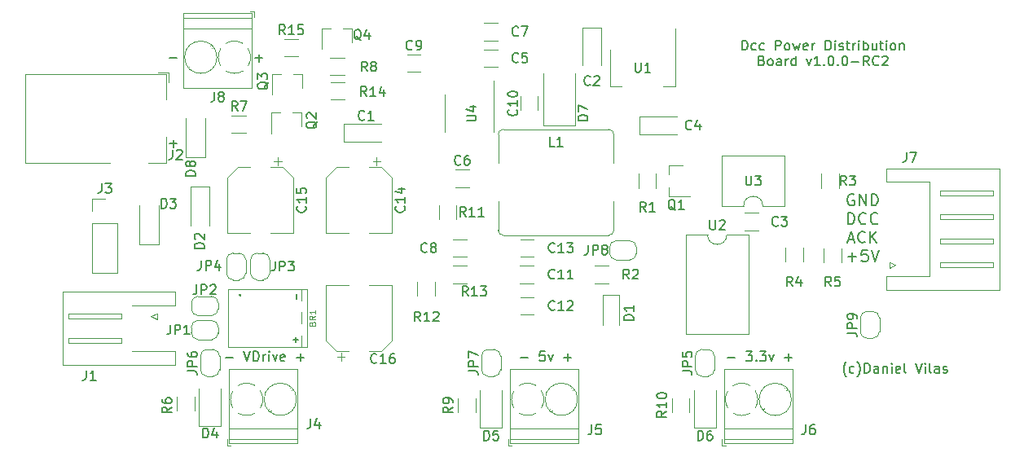
<source format=gbr>
G04 #@! TF.GenerationSoftware,KiCad,Pcbnew,6.0.7+dfsg-1build1*
G04 #@! TF.CreationDate,2022-11-21T16:12:37+01:00*
G04 #@! TF.ProjectId,PowerDistribution,506f7765-7244-4697-9374-726962757469,v1.0.0-RC2*
G04 #@! TF.SameCoordinates,Original*
G04 #@! TF.FileFunction,Legend,Top*
G04 #@! TF.FilePolarity,Positive*
%FSLAX46Y46*%
G04 Gerber Fmt 4.6, Leading zero omitted, Abs format (unit mm)*
G04 Created by KiCad (PCBNEW 6.0.7+dfsg-1build1) date 2022-11-21 16:12:37*
%MOMM*%
%LPD*%
G01*
G04 APERTURE LIST*
%ADD10C,0.150000*%
%ADD11C,0.200000*%
%ADD12C,0.015000*%
%ADD13C,0.120000*%
%ADD14C,0.127000*%
%ADD15R,1.840000X0.900000*%
%ADD16R,1.900000X0.900000*%
%ADD17O,2.000000X1.700000*%
%ADD18R,1.220000X1.150000*%
%ADD19R,1.700000X1.700000*%
%ADD20O,1.700000X1.700000*%
%ADD21R,0.800000X0.900000*%
%ADD22R,1.500000X2.000000*%
%ADD23R,3.800000X2.000000*%
%ADD24R,2.000000X1.780000*%
%ADD25R,1.000000X1.000000*%
%ADD26R,0.900000X0.800000*%
%ADD27R,2.400000X2.400000*%
%ADD28C,2.400000*%
%ADD29O,1.950000X1.700000*%
%ADD30R,3.500000X3.500000*%
%ADD31R,4.100000X3.500000*%
%ADD32R,1.800000X2.500000*%
%ADD33C,4.700000*%
G04 APERTURE END LIST*
D10*
X88106666Y-56586428D02*
X88868571Y-56586428D01*
X90011428Y-55967380D02*
X90630476Y-55967380D01*
X90297142Y-56348333D01*
X90440000Y-56348333D01*
X90535238Y-56395952D01*
X90582857Y-56443571D01*
X90630476Y-56538809D01*
X90630476Y-56776904D01*
X90582857Y-56872142D01*
X90535238Y-56919761D01*
X90440000Y-56967380D01*
X90154285Y-56967380D01*
X90059047Y-56919761D01*
X90011428Y-56872142D01*
X91059047Y-56872142D02*
X91106666Y-56919761D01*
X91059047Y-56967380D01*
X91011428Y-56919761D01*
X91059047Y-56872142D01*
X91059047Y-56967380D01*
X91440000Y-55967380D02*
X92059047Y-55967380D01*
X91725714Y-56348333D01*
X91868571Y-56348333D01*
X91963809Y-56395952D01*
X92011428Y-56443571D01*
X92059047Y-56538809D01*
X92059047Y-56776904D01*
X92011428Y-56872142D01*
X91963809Y-56919761D01*
X91868571Y-56967380D01*
X91582857Y-56967380D01*
X91487619Y-56919761D01*
X91440000Y-56872142D01*
X92392380Y-56300714D02*
X92630476Y-56967380D01*
X92868571Y-56300714D01*
X94011428Y-56586428D02*
X94773333Y-56586428D01*
X94392380Y-56967380D02*
X94392380Y-56205476D01*
X38989047Y-25471428D02*
X39750952Y-25471428D01*
X39370000Y-25852380D02*
X39370000Y-25090476D01*
X30099047Y-25471428D02*
X30860952Y-25471428D01*
X100428571Y-58583333D02*
X100380952Y-58535714D01*
X100285714Y-58392857D01*
X100238095Y-58297619D01*
X100190476Y-58154761D01*
X100142857Y-57916666D01*
X100142857Y-57726190D01*
X100190476Y-57488095D01*
X100238095Y-57345238D01*
X100285714Y-57250000D01*
X100380952Y-57107142D01*
X100428571Y-57059523D01*
X101238095Y-58154761D02*
X101142857Y-58202380D01*
X100952380Y-58202380D01*
X100857142Y-58154761D01*
X100809523Y-58107142D01*
X100761904Y-58011904D01*
X100761904Y-57726190D01*
X100809523Y-57630952D01*
X100857142Y-57583333D01*
X100952380Y-57535714D01*
X101142857Y-57535714D01*
X101238095Y-57583333D01*
X101571428Y-58583333D02*
X101619047Y-58535714D01*
X101714285Y-58392857D01*
X101761904Y-58297619D01*
X101809523Y-58154761D01*
X101857142Y-57916666D01*
X101857142Y-57726190D01*
X101809523Y-57488095D01*
X101761904Y-57345238D01*
X101714285Y-57250000D01*
X101619047Y-57107142D01*
X101571428Y-57059523D01*
X102333333Y-58202380D02*
X102333333Y-57202380D01*
X102571428Y-57202380D01*
X102714285Y-57250000D01*
X102809523Y-57345238D01*
X102857142Y-57440476D01*
X102904761Y-57630952D01*
X102904761Y-57773809D01*
X102857142Y-57964285D01*
X102809523Y-58059523D01*
X102714285Y-58154761D01*
X102571428Y-58202380D01*
X102333333Y-58202380D01*
X103761904Y-58202380D02*
X103761904Y-57678571D01*
X103714285Y-57583333D01*
X103619047Y-57535714D01*
X103428571Y-57535714D01*
X103333333Y-57583333D01*
X103761904Y-58154761D02*
X103666666Y-58202380D01*
X103428571Y-58202380D01*
X103333333Y-58154761D01*
X103285714Y-58059523D01*
X103285714Y-57964285D01*
X103333333Y-57869047D01*
X103428571Y-57821428D01*
X103666666Y-57821428D01*
X103761904Y-57773809D01*
X104238095Y-57535714D02*
X104238095Y-58202380D01*
X104238095Y-57630952D02*
X104285714Y-57583333D01*
X104380952Y-57535714D01*
X104523809Y-57535714D01*
X104619047Y-57583333D01*
X104666666Y-57678571D01*
X104666666Y-58202380D01*
X105142857Y-58202380D02*
X105142857Y-57535714D01*
X105142857Y-57202380D02*
X105095238Y-57250000D01*
X105142857Y-57297619D01*
X105190476Y-57250000D01*
X105142857Y-57202380D01*
X105142857Y-57297619D01*
X106000000Y-58154761D02*
X105904761Y-58202380D01*
X105714285Y-58202380D01*
X105619047Y-58154761D01*
X105571428Y-58059523D01*
X105571428Y-57678571D01*
X105619047Y-57583333D01*
X105714285Y-57535714D01*
X105904761Y-57535714D01*
X106000000Y-57583333D01*
X106047619Y-57678571D01*
X106047619Y-57773809D01*
X105571428Y-57869047D01*
X106619047Y-58202380D02*
X106523809Y-58154761D01*
X106476190Y-58059523D01*
X106476190Y-57202380D01*
X107619047Y-57202380D02*
X107952380Y-58202380D01*
X108285714Y-57202380D01*
X108619047Y-58202380D02*
X108619047Y-57535714D01*
X108619047Y-57202380D02*
X108571428Y-57250000D01*
X108619047Y-57297619D01*
X108666666Y-57250000D01*
X108619047Y-57202380D01*
X108619047Y-57297619D01*
X109238095Y-58202380D02*
X109142857Y-58154761D01*
X109095238Y-58059523D01*
X109095238Y-57202380D01*
X110047619Y-58202380D02*
X110047619Y-57678571D01*
X110000000Y-57583333D01*
X109904761Y-57535714D01*
X109714285Y-57535714D01*
X109619047Y-57583333D01*
X110047619Y-58154761D02*
X109952380Y-58202380D01*
X109714285Y-58202380D01*
X109619047Y-58154761D01*
X109571428Y-58059523D01*
X109571428Y-57964285D01*
X109619047Y-57869047D01*
X109714285Y-57821428D01*
X109952380Y-57821428D01*
X110047619Y-57773809D01*
X110476190Y-58154761D02*
X110571428Y-58202380D01*
X110761904Y-58202380D01*
X110857142Y-58154761D01*
X110904761Y-58059523D01*
X110904761Y-58011904D01*
X110857142Y-57916666D01*
X110761904Y-57869047D01*
X110619047Y-57869047D01*
X110523809Y-57821428D01*
X110476190Y-57726190D01*
X110476190Y-57678571D01*
X110523809Y-57583333D01*
X110619047Y-57535714D01*
X110761904Y-57535714D01*
X110857142Y-57583333D01*
X30099047Y-34361428D02*
X30860952Y-34361428D01*
X30480000Y-34742380D02*
X30480000Y-33980476D01*
D11*
X101193714Y-39682000D02*
X101079428Y-39624857D01*
X100908000Y-39624857D01*
X100736571Y-39682000D01*
X100622285Y-39796285D01*
X100565142Y-39910571D01*
X100508000Y-40139142D01*
X100508000Y-40310571D01*
X100565142Y-40539142D01*
X100622285Y-40653428D01*
X100736571Y-40767714D01*
X100908000Y-40824857D01*
X101022285Y-40824857D01*
X101193714Y-40767714D01*
X101250857Y-40710571D01*
X101250857Y-40310571D01*
X101022285Y-40310571D01*
X101765142Y-40824857D02*
X101765142Y-39624857D01*
X102450857Y-40824857D01*
X102450857Y-39624857D01*
X103022285Y-40824857D02*
X103022285Y-39624857D01*
X103308000Y-39624857D01*
X103479428Y-39682000D01*
X103593714Y-39796285D01*
X103650857Y-39910571D01*
X103708000Y-40139142D01*
X103708000Y-40310571D01*
X103650857Y-40539142D01*
X103593714Y-40653428D01*
X103479428Y-40767714D01*
X103308000Y-40824857D01*
X103022285Y-40824857D01*
X100593714Y-42756857D02*
X100593714Y-41556857D01*
X100879428Y-41556857D01*
X101050857Y-41614000D01*
X101165142Y-41728285D01*
X101222285Y-41842571D01*
X101279428Y-42071142D01*
X101279428Y-42242571D01*
X101222285Y-42471142D01*
X101165142Y-42585428D01*
X101050857Y-42699714D01*
X100879428Y-42756857D01*
X100593714Y-42756857D01*
X102479428Y-42642571D02*
X102422285Y-42699714D01*
X102250857Y-42756857D01*
X102136571Y-42756857D01*
X101965142Y-42699714D01*
X101850857Y-42585428D01*
X101793714Y-42471142D01*
X101736571Y-42242571D01*
X101736571Y-42071142D01*
X101793714Y-41842571D01*
X101850857Y-41728285D01*
X101965142Y-41614000D01*
X102136571Y-41556857D01*
X102250857Y-41556857D01*
X102422285Y-41614000D01*
X102479428Y-41671142D01*
X103679428Y-42642571D02*
X103622285Y-42699714D01*
X103450857Y-42756857D01*
X103336571Y-42756857D01*
X103165142Y-42699714D01*
X103050857Y-42585428D01*
X102993714Y-42471142D01*
X102936571Y-42242571D01*
X102936571Y-42071142D01*
X102993714Y-41842571D01*
X103050857Y-41728285D01*
X103165142Y-41614000D01*
X103336571Y-41556857D01*
X103450857Y-41556857D01*
X103622285Y-41614000D01*
X103679428Y-41671142D01*
X100622285Y-44346000D02*
X101193714Y-44346000D01*
X100508000Y-44688857D02*
X100908000Y-43488857D01*
X101308000Y-44688857D01*
X102393714Y-44574571D02*
X102336571Y-44631714D01*
X102165142Y-44688857D01*
X102050857Y-44688857D01*
X101879428Y-44631714D01*
X101765142Y-44517428D01*
X101708000Y-44403142D01*
X101650857Y-44174571D01*
X101650857Y-44003142D01*
X101708000Y-43774571D01*
X101765142Y-43660285D01*
X101879428Y-43546000D01*
X102050857Y-43488857D01*
X102165142Y-43488857D01*
X102336571Y-43546000D01*
X102393714Y-43603142D01*
X102908000Y-44688857D02*
X102908000Y-43488857D01*
X103593714Y-44688857D02*
X103079428Y-44003142D01*
X103593714Y-43488857D02*
X102908000Y-44174571D01*
X100565142Y-46163714D02*
X101479428Y-46163714D01*
X101022285Y-46620857D02*
X101022285Y-45706571D01*
X102622285Y-45420857D02*
X102050857Y-45420857D01*
X101993714Y-45992285D01*
X102050857Y-45935142D01*
X102165142Y-45878000D01*
X102450857Y-45878000D01*
X102565142Y-45935142D01*
X102622285Y-45992285D01*
X102679428Y-46106571D01*
X102679428Y-46392285D01*
X102622285Y-46506571D01*
X102565142Y-46563714D01*
X102450857Y-46620857D01*
X102165142Y-46620857D01*
X102050857Y-46563714D01*
X101993714Y-46506571D01*
X103022285Y-45420857D02*
X103422285Y-46620857D01*
X103822285Y-45420857D01*
D10*
X89595238Y-24647380D02*
X89595238Y-23647380D01*
X89833333Y-23647380D01*
X89976190Y-23695000D01*
X90071428Y-23790238D01*
X90119047Y-23885476D01*
X90166666Y-24075952D01*
X90166666Y-24218809D01*
X90119047Y-24409285D01*
X90071428Y-24504523D01*
X89976190Y-24599761D01*
X89833333Y-24647380D01*
X89595238Y-24647380D01*
X91023809Y-24599761D02*
X90928571Y-24647380D01*
X90738095Y-24647380D01*
X90642857Y-24599761D01*
X90595238Y-24552142D01*
X90547619Y-24456904D01*
X90547619Y-24171190D01*
X90595238Y-24075952D01*
X90642857Y-24028333D01*
X90738095Y-23980714D01*
X90928571Y-23980714D01*
X91023809Y-24028333D01*
X91880952Y-24599761D02*
X91785714Y-24647380D01*
X91595238Y-24647380D01*
X91500000Y-24599761D01*
X91452380Y-24552142D01*
X91404761Y-24456904D01*
X91404761Y-24171190D01*
X91452380Y-24075952D01*
X91500000Y-24028333D01*
X91595238Y-23980714D01*
X91785714Y-23980714D01*
X91880952Y-24028333D01*
X93071428Y-24647380D02*
X93071428Y-23647380D01*
X93452380Y-23647380D01*
X93547619Y-23695000D01*
X93595238Y-23742619D01*
X93642857Y-23837857D01*
X93642857Y-23980714D01*
X93595238Y-24075952D01*
X93547619Y-24123571D01*
X93452380Y-24171190D01*
X93071428Y-24171190D01*
X94214285Y-24647380D02*
X94119047Y-24599761D01*
X94071428Y-24552142D01*
X94023809Y-24456904D01*
X94023809Y-24171190D01*
X94071428Y-24075952D01*
X94119047Y-24028333D01*
X94214285Y-23980714D01*
X94357142Y-23980714D01*
X94452380Y-24028333D01*
X94500000Y-24075952D01*
X94547619Y-24171190D01*
X94547619Y-24456904D01*
X94500000Y-24552142D01*
X94452380Y-24599761D01*
X94357142Y-24647380D01*
X94214285Y-24647380D01*
X94880952Y-23980714D02*
X95071428Y-24647380D01*
X95261904Y-24171190D01*
X95452380Y-24647380D01*
X95642857Y-23980714D01*
X96404761Y-24599761D02*
X96309523Y-24647380D01*
X96119047Y-24647380D01*
X96023809Y-24599761D01*
X95976190Y-24504523D01*
X95976190Y-24123571D01*
X96023809Y-24028333D01*
X96119047Y-23980714D01*
X96309523Y-23980714D01*
X96404761Y-24028333D01*
X96452380Y-24123571D01*
X96452380Y-24218809D01*
X95976190Y-24314047D01*
X96880952Y-24647380D02*
X96880952Y-23980714D01*
X96880952Y-24171190D02*
X96928571Y-24075952D01*
X96976190Y-24028333D01*
X97071428Y-23980714D01*
X97166666Y-23980714D01*
X98261904Y-24647380D02*
X98261904Y-23647380D01*
X98500000Y-23647380D01*
X98642857Y-23695000D01*
X98738095Y-23790238D01*
X98785714Y-23885476D01*
X98833333Y-24075952D01*
X98833333Y-24218809D01*
X98785714Y-24409285D01*
X98738095Y-24504523D01*
X98642857Y-24599761D01*
X98500000Y-24647380D01*
X98261904Y-24647380D01*
X99261904Y-24647380D02*
X99261904Y-23980714D01*
X99261904Y-23647380D02*
X99214285Y-23695000D01*
X99261904Y-23742619D01*
X99309523Y-23695000D01*
X99261904Y-23647380D01*
X99261904Y-23742619D01*
X99690476Y-24599761D02*
X99785714Y-24647380D01*
X99976190Y-24647380D01*
X100071428Y-24599761D01*
X100119047Y-24504523D01*
X100119047Y-24456904D01*
X100071428Y-24361666D01*
X99976190Y-24314047D01*
X99833333Y-24314047D01*
X99738095Y-24266428D01*
X99690476Y-24171190D01*
X99690476Y-24123571D01*
X99738095Y-24028333D01*
X99833333Y-23980714D01*
X99976190Y-23980714D01*
X100071428Y-24028333D01*
X100404761Y-23980714D02*
X100785714Y-23980714D01*
X100547619Y-23647380D02*
X100547619Y-24504523D01*
X100595238Y-24599761D01*
X100690476Y-24647380D01*
X100785714Y-24647380D01*
X101119047Y-24647380D02*
X101119047Y-23980714D01*
X101119047Y-24171190D02*
X101166666Y-24075952D01*
X101214285Y-24028333D01*
X101309523Y-23980714D01*
X101404761Y-23980714D01*
X101738095Y-24647380D02*
X101738095Y-23980714D01*
X101738095Y-23647380D02*
X101690476Y-23695000D01*
X101738095Y-23742619D01*
X101785714Y-23695000D01*
X101738095Y-23647380D01*
X101738095Y-23742619D01*
X102214285Y-24647380D02*
X102214285Y-23647380D01*
X102214285Y-24028333D02*
X102309523Y-23980714D01*
X102500000Y-23980714D01*
X102595238Y-24028333D01*
X102642857Y-24075952D01*
X102690476Y-24171190D01*
X102690476Y-24456904D01*
X102642857Y-24552142D01*
X102595238Y-24599761D01*
X102500000Y-24647380D01*
X102309523Y-24647380D01*
X102214285Y-24599761D01*
X103547619Y-23980714D02*
X103547619Y-24647380D01*
X103119047Y-23980714D02*
X103119047Y-24504523D01*
X103166666Y-24599761D01*
X103261904Y-24647380D01*
X103404761Y-24647380D01*
X103500000Y-24599761D01*
X103547619Y-24552142D01*
X103880952Y-23980714D02*
X104261904Y-23980714D01*
X104023809Y-23647380D02*
X104023809Y-24504523D01*
X104071428Y-24599761D01*
X104166666Y-24647380D01*
X104261904Y-24647380D01*
X104595238Y-24647380D02*
X104595238Y-23980714D01*
X104595238Y-23647380D02*
X104547619Y-23695000D01*
X104595238Y-23742619D01*
X104642857Y-23695000D01*
X104595238Y-23647380D01*
X104595238Y-23742619D01*
X105214285Y-24647380D02*
X105119047Y-24599761D01*
X105071428Y-24552142D01*
X105023809Y-24456904D01*
X105023809Y-24171190D01*
X105071428Y-24075952D01*
X105119047Y-24028333D01*
X105214285Y-23980714D01*
X105357142Y-23980714D01*
X105452380Y-24028333D01*
X105500000Y-24075952D01*
X105547619Y-24171190D01*
X105547619Y-24456904D01*
X105500000Y-24552142D01*
X105452380Y-24599761D01*
X105357142Y-24647380D01*
X105214285Y-24647380D01*
X105976190Y-23980714D02*
X105976190Y-24647380D01*
X105976190Y-24075952D02*
X106023809Y-24028333D01*
X106119047Y-23980714D01*
X106261904Y-23980714D01*
X106357142Y-24028333D01*
X106404761Y-24123571D01*
X106404761Y-24647380D01*
X91642857Y-25733571D02*
X91785714Y-25781190D01*
X91833333Y-25828809D01*
X91880952Y-25924047D01*
X91880952Y-26066904D01*
X91833333Y-26162142D01*
X91785714Y-26209761D01*
X91690476Y-26257380D01*
X91309523Y-26257380D01*
X91309523Y-25257380D01*
X91642857Y-25257380D01*
X91738095Y-25305000D01*
X91785714Y-25352619D01*
X91833333Y-25447857D01*
X91833333Y-25543095D01*
X91785714Y-25638333D01*
X91738095Y-25685952D01*
X91642857Y-25733571D01*
X91309523Y-25733571D01*
X92452380Y-26257380D02*
X92357142Y-26209761D01*
X92309523Y-26162142D01*
X92261904Y-26066904D01*
X92261904Y-25781190D01*
X92309523Y-25685952D01*
X92357142Y-25638333D01*
X92452380Y-25590714D01*
X92595238Y-25590714D01*
X92690476Y-25638333D01*
X92738095Y-25685952D01*
X92785714Y-25781190D01*
X92785714Y-26066904D01*
X92738095Y-26162142D01*
X92690476Y-26209761D01*
X92595238Y-26257380D01*
X92452380Y-26257380D01*
X93642857Y-26257380D02*
X93642857Y-25733571D01*
X93595238Y-25638333D01*
X93500000Y-25590714D01*
X93309523Y-25590714D01*
X93214285Y-25638333D01*
X93642857Y-26209761D02*
X93547619Y-26257380D01*
X93309523Y-26257380D01*
X93214285Y-26209761D01*
X93166666Y-26114523D01*
X93166666Y-26019285D01*
X93214285Y-25924047D01*
X93309523Y-25876428D01*
X93547619Y-25876428D01*
X93642857Y-25828809D01*
X94119047Y-26257380D02*
X94119047Y-25590714D01*
X94119047Y-25781190D02*
X94166666Y-25685952D01*
X94214285Y-25638333D01*
X94309523Y-25590714D01*
X94404761Y-25590714D01*
X95166666Y-26257380D02*
X95166666Y-25257380D01*
X95166666Y-26209761D02*
X95071428Y-26257380D01*
X94880952Y-26257380D01*
X94785714Y-26209761D01*
X94738095Y-26162142D01*
X94690476Y-26066904D01*
X94690476Y-25781190D01*
X94738095Y-25685952D01*
X94785714Y-25638333D01*
X94880952Y-25590714D01*
X95071428Y-25590714D01*
X95166666Y-25638333D01*
X96309523Y-25590714D02*
X96547619Y-26257380D01*
X96785714Y-25590714D01*
X97690476Y-26257380D02*
X97119047Y-26257380D01*
X97404761Y-26257380D02*
X97404761Y-25257380D01*
X97309523Y-25400238D01*
X97214285Y-25495476D01*
X97119047Y-25543095D01*
X98119047Y-26162142D02*
X98166666Y-26209761D01*
X98119047Y-26257380D01*
X98071428Y-26209761D01*
X98119047Y-26162142D01*
X98119047Y-26257380D01*
X98785714Y-25257380D02*
X98880952Y-25257380D01*
X98976190Y-25305000D01*
X99023809Y-25352619D01*
X99071428Y-25447857D01*
X99119047Y-25638333D01*
X99119047Y-25876428D01*
X99071428Y-26066904D01*
X99023809Y-26162142D01*
X98976190Y-26209761D01*
X98880952Y-26257380D01*
X98785714Y-26257380D01*
X98690476Y-26209761D01*
X98642857Y-26162142D01*
X98595238Y-26066904D01*
X98547619Y-25876428D01*
X98547619Y-25638333D01*
X98595238Y-25447857D01*
X98642857Y-25352619D01*
X98690476Y-25305000D01*
X98785714Y-25257380D01*
X99547619Y-26162142D02*
X99595238Y-26209761D01*
X99547619Y-26257380D01*
X99500000Y-26209761D01*
X99547619Y-26162142D01*
X99547619Y-26257380D01*
X100214285Y-25257380D02*
X100309523Y-25257380D01*
X100404761Y-25305000D01*
X100452380Y-25352619D01*
X100500000Y-25447857D01*
X100547619Y-25638333D01*
X100547619Y-25876428D01*
X100500000Y-26066904D01*
X100452380Y-26162142D01*
X100404761Y-26209761D01*
X100309523Y-26257380D01*
X100214285Y-26257380D01*
X100119047Y-26209761D01*
X100071428Y-26162142D01*
X100023809Y-26066904D01*
X99976190Y-25876428D01*
X99976190Y-25638333D01*
X100023809Y-25447857D01*
X100071428Y-25352619D01*
X100119047Y-25305000D01*
X100214285Y-25257380D01*
X100976190Y-25876428D02*
X101738095Y-25876428D01*
X102785714Y-26257380D02*
X102452380Y-25781190D01*
X102214285Y-26257380D02*
X102214285Y-25257380D01*
X102595238Y-25257380D01*
X102690476Y-25305000D01*
X102738095Y-25352619D01*
X102785714Y-25447857D01*
X102785714Y-25590714D01*
X102738095Y-25685952D01*
X102690476Y-25733571D01*
X102595238Y-25781190D01*
X102214285Y-25781190D01*
X103785714Y-26162142D02*
X103738095Y-26209761D01*
X103595238Y-26257380D01*
X103500000Y-26257380D01*
X103357142Y-26209761D01*
X103261904Y-26114523D01*
X103214285Y-26019285D01*
X103166666Y-25828809D01*
X103166666Y-25685952D01*
X103214285Y-25495476D01*
X103261904Y-25400238D01*
X103357142Y-25305000D01*
X103500000Y-25257380D01*
X103595238Y-25257380D01*
X103738095Y-25305000D01*
X103785714Y-25352619D01*
X104166666Y-25352619D02*
X104214285Y-25305000D01*
X104309523Y-25257380D01*
X104547619Y-25257380D01*
X104642857Y-25305000D01*
X104690476Y-25352619D01*
X104738095Y-25447857D01*
X104738095Y-25543095D01*
X104690476Y-25685952D01*
X104119047Y-26257380D01*
X104738095Y-26257380D01*
X35957380Y-56586428D02*
X36719285Y-56586428D01*
X37814523Y-55967380D02*
X38147857Y-56967380D01*
X38481190Y-55967380D01*
X38814523Y-56967380D02*
X38814523Y-55967380D01*
X39052619Y-55967380D01*
X39195476Y-56015000D01*
X39290714Y-56110238D01*
X39338333Y-56205476D01*
X39385952Y-56395952D01*
X39385952Y-56538809D01*
X39338333Y-56729285D01*
X39290714Y-56824523D01*
X39195476Y-56919761D01*
X39052619Y-56967380D01*
X38814523Y-56967380D01*
X39814523Y-56967380D02*
X39814523Y-56300714D01*
X39814523Y-56491190D02*
X39862142Y-56395952D01*
X39909761Y-56348333D01*
X40005000Y-56300714D01*
X40100238Y-56300714D01*
X40433571Y-56967380D02*
X40433571Y-56300714D01*
X40433571Y-55967380D02*
X40385952Y-56015000D01*
X40433571Y-56062619D01*
X40481190Y-56015000D01*
X40433571Y-55967380D01*
X40433571Y-56062619D01*
X40814523Y-56300714D02*
X41052619Y-56967380D01*
X41290714Y-56300714D01*
X42052619Y-56919761D02*
X41957380Y-56967380D01*
X41766904Y-56967380D01*
X41671666Y-56919761D01*
X41624047Y-56824523D01*
X41624047Y-56443571D01*
X41671666Y-56348333D01*
X41766904Y-56300714D01*
X41957380Y-56300714D01*
X42052619Y-56348333D01*
X42100238Y-56443571D01*
X42100238Y-56538809D01*
X41624047Y-56634047D01*
X43290714Y-56586428D02*
X44052619Y-56586428D01*
X43671666Y-56967380D02*
X43671666Y-56205476D01*
X66595952Y-56586428D02*
X67357857Y-56586428D01*
X69072142Y-55967380D02*
X68595952Y-55967380D01*
X68548333Y-56443571D01*
X68595952Y-56395952D01*
X68691190Y-56348333D01*
X68929285Y-56348333D01*
X69024523Y-56395952D01*
X69072142Y-56443571D01*
X69119761Y-56538809D01*
X69119761Y-56776904D01*
X69072142Y-56872142D01*
X69024523Y-56919761D01*
X68929285Y-56967380D01*
X68691190Y-56967380D01*
X68595952Y-56919761D01*
X68548333Y-56872142D01*
X69453095Y-56300714D02*
X69691190Y-56967380D01*
X69929285Y-56300714D01*
X71072142Y-56586428D02*
X71834047Y-56586428D01*
X71453095Y-56967380D02*
X71453095Y-56205476D01*
D12*
X44904262Y-53079347D02*
X44934754Y-52987871D01*
X44965245Y-52957379D01*
X45026229Y-52926887D01*
X45117705Y-52926887D01*
X45178689Y-52957379D01*
X45209181Y-52987871D01*
X45239673Y-53048855D01*
X45239673Y-53292790D01*
X44599342Y-53292790D01*
X44599342Y-53079347D01*
X44629834Y-53018363D01*
X44660326Y-52987871D01*
X44721310Y-52957379D01*
X44782294Y-52957379D01*
X44843278Y-52987871D01*
X44873770Y-53018363D01*
X44904262Y-53079347D01*
X44904262Y-53292790D01*
X45239673Y-52286556D02*
X44934754Y-52500000D01*
X45239673Y-52652459D02*
X44599342Y-52652459D01*
X44599342Y-52408524D01*
X44629834Y-52347540D01*
X44660326Y-52317048D01*
X44721310Y-52286556D01*
X44812786Y-52286556D01*
X44873770Y-52317048D01*
X44904262Y-52347540D01*
X44934754Y-52408524D01*
X44934754Y-52652459D01*
X45239673Y-51676717D02*
X45239673Y-52042620D01*
X45239673Y-51859669D02*
X44599342Y-51859669D01*
X44690818Y-51920652D01*
X44751802Y-51981636D01*
X44782294Y-52042620D01*
D10*
X37373809Y-50100000D02*
X37421428Y-50147619D01*
X37469047Y-50100000D01*
X37421428Y-50052380D01*
X37373809Y-50100000D01*
X37469047Y-50100000D01*
X21416666Y-57952380D02*
X21416666Y-58666666D01*
X21369047Y-58809523D01*
X21273809Y-58904761D01*
X21130952Y-58952380D01*
X21035714Y-58952380D01*
X22416666Y-58952380D02*
X21845238Y-58952380D01*
X22130952Y-58952380D02*
X22130952Y-57952380D01*
X22035714Y-58095238D01*
X21940476Y-58190476D01*
X21845238Y-58238095D01*
X30166666Y-53202380D02*
X30166666Y-53916666D01*
X30119047Y-54059523D01*
X30023809Y-54154761D01*
X29880952Y-54202380D01*
X29785714Y-54202380D01*
X30642857Y-54202380D02*
X30642857Y-53202380D01*
X31023809Y-53202380D01*
X31119047Y-53250000D01*
X31166666Y-53297619D01*
X31214285Y-53392857D01*
X31214285Y-53535714D01*
X31166666Y-53630952D01*
X31119047Y-53678571D01*
X31023809Y-53726190D01*
X30642857Y-53726190D01*
X32166666Y-54202380D02*
X31595238Y-54202380D01*
X31880952Y-54202380D02*
X31880952Y-53202380D01*
X31785714Y-53345238D01*
X31690476Y-53440476D01*
X31595238Y-53488095D01*
X32896666Y-49042380D02*
X32896666Y-49756666D01*
X32849047Y-49899523D01*
X32753809Y-49994761D01*
X32610952Y-50042380D01*
X32515714Y-50042380D01*
X33372857Y-50042380D02*
X33372857Y-49042380D01*
X33753809Y-49042380D01*
X33849047Y-49090000D01*
X33896666Y-49137619D01*
X33944285Y-49232857D01*
X33944285Y-49375714D01*
X33896666Y-49470952D01*
X33849047Y-49518571D01*
X33753809Y-49566190D01*
X33372857Y-49566190D01*
X34325238Y-49137619D02*
X34372857Y-49090000D01*
X34468095Y-49042380D01*
X34706190Y-49042380D01*
X34801428Y-49090000D01*
X34849047Y-49137619D01*
X34896666Y-49232857D01*
X34896666Y-49328095D01*
X34849047Y-49470952D01*
X34277619Y-50042380D01*
X34896666Y-50042380D01*
X41046666Y-46602380D02*
X41046666Y-47316666D01*
X40999047Y-47459523D01*
X40903809Y-47554761D01*
X40760952Y-47602380D01*
X40665714Y-47602380D01*
X41522857Y-47602380D02*
X41522857Y-46602380D01*
X41903809Y-46602380D01*
X41999047Y-46650000D01*
X42046666Y-46697619D01*
X42094285Y-46792857D01*
X42094285Y-46935714D01*
X42046666Y-47030952D01*
X41999047Y-47078571D01*
X41903809Y-47126190D01*
X41522857Y-47126190D01*
X42427619Y-46602380D02*
X43046666Y-46602380D01*
X42713333Y-46983333D01*
X42856190Y-46983333D01*
X42951428Y-47030952D01*
X42999047Y-47078571D01*
X43046666Y-47173809D01*
X43046666Y-47411904D01*
X42999047Y-47507142D01*
X42951428Y-47554761D01*
X42856190Y-47602380D01*
X42570476Y-47602380D01*
X42475238Y-47554761D01*
X42427619Y-47507142D01*
X33376666Y-46522380D02*
X33376666Y-47236666D01*
X33329047Y-47379523D01*
X33233809Y-47474761D01*
X33090952Y-47522380D01*
X32995714Y-47522380D01*
X33852857Y-47522380D02*
X33852857Y-46522380D01*
X34233809Y-46522380D01*
X34329047Y-46570000D01*
X34376666Y-46617619D01*
X34424285Y-46712857D01*
X34424285Y-46855714D01*
X34376666Y-46950952D01*
X34329047Y-46998571D01*
X34233809Y-47046190D01*
X33852857Y-47046190D01*
X35281428Y-46855714D02*
X35281428Y-47522380D01*
X35043333Y-46474761D02*
X34805238Y-47189047D01*
X35424285Y-47189047D01*
X50333333Y-31857142D02*
X50285714Y-31904761D01*
X50142857Y-31952380D01*
X50047619Y-31952380D01*
X49904761Y-31904761D01*
X49809523Y-31809523D01*
X49761904Y-31714285D01*
X49714285Y-31523809D01*
X49714285Y-31380952D01*
X49761904Y-31190476D01*
X49809523Y-31095238D01*
X49904761Y-31000000D01*
X50047619Y-30952380D01*
X50142857Y-30952380D01*
X50285714Y-31000000D01*
X50333333Y-31047619D01*
X51285714Y-31952380D02*
X50714285Y-31952380D01*
X51000000Y-31952380D02*
X51000000Y-30952380D01*
X50904761Y-31095238D01*
X50809523Y-31190476D01*
X50714285Y-31238095D01*
X73810833Y-28245142D02*
X73763214Y-28292761D01*
X73620357Y-28340380D01*
X73525119Y-28340380D01*
X73382261Y-28292761D01*
X73287023Y-28197523D01*
X73239404Y-28102285D01*
X73191785Y-27911809D01*
X73191785Y-27768952D01*
X73239404Y-27578476D01*
X73287023Y-27483238D01*
X73382261Y-27388000D01*
X73525119Y-27340380D01*
X73620357Y-27340380D01*
X73763214Y-27388000D01*
X73810833Y-27435619D01*
X74191785Y-27435619D02*
X74239404Y-27388000D01*
X74334642Y-27340380D01*
X74572738Y-27340380D01*
X74667976Y-27388000D01*
X74715595Y-27435619D01*
X74763214Y-27530857D01*
X74763214Y-27626095D01*
X74715595Y-27768952D01*
X74144166Y-28340380D01*
X74763214Y-28340380D01*
X84333333Y-32857142D02*
X84285714Y-32904761D01*
X84142857Y-32952380D01*
X84047619Y-32952380D01*
X83904761Y-32904761D01*
X83809523Y-32809523D01*
X83761904Y-32714285D01*
X83714285Y-32523809D01*
X83714285Y-32380952D01*
X83761904Y-32190476D01*
X83809523Y-32095238D01*
X83904761Y-32000000D01*
X84047619Y-31952380D01*
X84142857Y-31952380D01*
X84285714Y-32000000D01*
X84333333Y-32047619D01*
X85190476Y-32285714D02*
X85190476Y-32952380D01*
X84952380Y-31904761D02*
X84714285Y-32619047D01*
X85333333Y-32619047D01*
X33682380Y-45258095D02*
X32682380Y-45258095D01*
X32682380Y-45020000D01*
X32730000Y-44877142D01*
X32825238Y-44781904D01*
X32920476Y-44734285D01*
X33110952Y-44686666D01*
X33253809Y-44686666D01*
X33444285Y-44734285D01*
X33539523Y-44781904D01*
X33634761Y-44877142D01*
X33682380Y-45020000D01*
X33682380Y-45258095D01*
X32777619Y-44305714D02*
X32730000Y-44258095D01*
X32682380Y-44162857D01*
X32682380Y-43924761D01*
X32730000Y-43829523D01*
X32777619Y-43781904D01*
X32872857Y-43734285D01*
X32968095Y-43734285D01*
X33110952Y-43781904D01*
X33682380Y-44353333D01*
X33682380Y-43734285D01*
X23034666Y-38524380D02*
X23034666Y-39238666D01*
X22987047Y-39381523D01*
X22891809Y-39476761D01*
X22748952Y-39524380D01*
X22653714Y-39524380D01*
X23415619Y-38524380D02*
X24034666Y-38524380D01*
X23701333Y-38905333D01*
X23844190Y-38905333D01*
X23939428Y-38952952D01*
X23987047Y-39000571D01*
X24034666Y-39095809D01*
X24034666Y-39333904D01*
X23987047Y-39429142D01*
X23939428Y-39476761D01*
X23844190Y-39524380D01*
X23558476Y-39524380D01*
X23463238Y-39476761D01*
X23415619Y-39429142D01*
X45417619Y-32075238D02*
X45370000Y-32170476D01*
X45274761Y-32265714D01*
X45131904Y-32408571D01*
X45084285Y-32503809D01*
X45084285Y-32599047D01*
X45322380Y-32551428D02*
X45274761Y-32646666D01*
X45179523Y-32741904D01*
X44989047Y-32789523D01*
X44655714Y-32789523D01*
X44465238Y-32741904D01*
X44370000Y-32646666D01*
X44322380Y-32551428D01*
X44322380Y-32360952D01*
X44370000Y-32265714D01*
X44465238Y-32170476D01*
X44655714Y-32122857D01*
X44989047Y-32122857D01*
X45179523Y-32170476D01*
X45274761Y-32265714D01*
X45322380Y-32360952D01*
X45322380Y-32551428D01*
X44417619Y-31741904D02*
X44370000Y-31694285D01*
X44322380Y-31599047D01*
X44322380Y-31360952D01*
X44370000Y-31265714D01*
X44417619Y-31218095D01*
X44512857Y-31170476D01*
X44608095Y-31170476D01*
X44750952Y-31218095D01*
X45322380Y-31789523D01*
X45322380Y-31170476D01*
X49994761Y-23627619D02*
X49899523Y-23580000D01*
X49804285Y-23484761D01*
X49661428Y-23341904D01*
X49566190Y-23294285D01*
X49470952Y-23294285D01*
X49518571Y-23532380D02*
X49423333Y-23484761D01*
X49328095Y-23389523D01*
X49280476Y-23199047D01*
X49280476Y-22865714D01*
X49328095Y-22675238D01*
X49423333Y-22580000D01*
X49518571Y-22532380D01*
X49709047Y-22532380D01*
X49804285Y-22580000D01*
X49899523Y-22675238D01*
X49947142Y-22865714D01*
X49947142Y-23199047D01*
X49899523Y-23389523D01*
X49804285Y-23484761D01*
X49709047Y-23532380D01*
X49518571Y-23532380D01*
X50804285Y-22865714D02*
X50804285Y-23532380D01*
X50566190Y-22484761D02*
X50328095Y-23199047D01*
X50947142Y-23199047D01*
X78488095Y-25952380D02*
X78488095Y-26761904D01*
X78535714Y-26857142D01*
X78583333Y-26904761D01*
X78678571Y-26952380D01*
X78869047Y-26952380D01*
X78964285Y-26904761D01*
X79011904Y-26857142D01*
X79059523Y-26761904D01*
X79059523Y-25952380D01*
X80059523Y-26952380D02*
X79488095Y-26952380D01*
X79773809Y-26952380D02*
X79773809Y-25952380D01*
X79678571Y-26095238D01*
X79583333Y-26190476D01*
X79488095Y-26238095D01*
X29233904Y-41092380D02*
X29233904Y-40092380D01*
X29472000Y-40092380D01*
X29614857Y-40140000D01*
X29710095Y-40235238D01*
X29757714Y-40330476D01*
X29805333Y-40520952D01*
X29805333Y-40663809D01*
X29757714Y-40854285D01*
X29710095Y-40949523D01*
X29614857Y-41044761D01*
X29472000Y-41092380D01*
X29233904Y-41092380D01*
X30138666Y-40092380D02*
X30757714Y-40092380D01*
X30424380Y-40473333D01*
X30567238Y-40473333D01*
X30662476Y-40520952D01*
X30710095Y-40568571D01*
X30757714Y-40663809D01*
X30757714Y-40901904D01*
X30710095Y-40997142D01*
X30662476Y-41044761D01*
X30567238Y-41092380D01*
X30281523Y-41092380D01*
X30186285Y-41044761D01*
X30138666Y-40997142D01*
X50633333Y-26852380D02*
X50300000Y-26376190D01*
X50061904Y-26852380D02*
X50061904Y-25852380D01*
X50442857Y-25852380D01*
X50538095Y-25900000D01*
X50585714Y-25947619D01*
X50633333Y-26042857D01*
X50633333Y-26185714D01*
X50585714Y-26280952D01*
X50538095Y-26328571D01*
X50442857Y-26376190D01*
X50061904Y-26376190D01*
X51204761Y-26280952D02*
X51109523Y-26233333D01*
X51061904Y-26185714D01*
X51014285Y-26090476D01*
X51014285Y-26042857D01*
X51061904Y-25947619D01*
X51109523Y-25900000D01*
X51204761Y-25852380D01*
X51395238Y-25852380D01*
X51490476Y-25900000D01*
X51538095Y-25947619D01*
X51585714Y-26042857D01*
X51585714Y-26090476D01*
X51538095Y-26185714D01*
X51490476Y-26233333D01*
X51395238Y-26280952D01*
X51204761Y-26280952D01*
X51109523Y-26328571D01*
X51061904Y-26376190D01*
X51014285Y-26471428D01*
X51014285Y-26661904D01*
X51061904Y-26757142D01*
X51109523Y-26804761D01*
X51204761Y-26852380D01*
X51395238Y-26852380D01*
X51490476Y-26804761D01*
X51538095Y-26757142D01*
X51585714Y-26661904D01*
X51585714Y-26471428D01*
X51538095Y-26376190D01*
X51490476Y-26328571D01*
X51395238Y-26280952D01*
X100403333Y-38702380D02*
X100070000Y-38226190D01*
X99831904Y-38702380D02*
X99831904Y-37702380D01*
X100212857Y-37702380D01*
X100308095Y-37750000D01*
X100355714Y-37797619D01*
X100403333Y-37892857D01*
X100403333Y-38035714D01*
X100355714Y-38130952D01*
X100308095Y-38178571D01*
X100212857Y-38226190D01*
X99831904Y-38226190D01*
X100736666Y-37702380D02*
X101355714Y-37702380D01*
X101022380Y-38083333D01*
X101165238Y-38083333D01*
X101260476Y-38130952D01*
X101308095Y-38178571D01*
X101355714Y-38273809D01*
X101355714Y-38511904D01*
X101308095Y-38607142D01*
X101260476Y-38654761D01*
X101165238Y-38702380D01*
X100879523Y-38702380D01*
X100784285Y-38654761D01*
X100736666Y-38607142D01*
X86238095Y-42312380D02*
X86238095Y-43121904D01*
X86285714Y-43217142D01*
X86333333Y-43264761D01*
X86428571Y-43312380D01*
X86619047Y-43312380D01*
X86714285Y-43264761D01*
X86761904Y-43217142D01*
X86809523Y-43121904D01*
X86809523Y-42312380D01*
X87238095Y-42407619D02*
X87285714Y-42360000D01*
X87380952Y-42312380D01*
X87619047Y-42312380D01*
X87714285Y-42360000D01*
X87761904Y-42407619D01*
X87809523Y-42502857D01*
X87809523Y-42598095D01*
X87761904Y-42740952D01*
X87190476Y-43312380D01*
X87809523Y-43312380D01*
X78302380Y-52738095D02*
X77302380Y-52738095D01*
X77302380Y-52500000D01*
X77350000Y-52357142D01*
X77445238Y-52261904D01*
X77540476Y-52214285D01*
X77730952Y-52166666D01*
X77873809Y-52166666D01*
X78064285Y-52214285D01*
X78159523Y-52261904D01*
X78254761Y-52357142D01*
X78302380Y-52500000D01*
X78302380Y-52738095D01*
X78302380Y-51214285D02*
X78302380Y-51785714D01*
X78302380Y-51500000D02*
X77302380Y-51500000D01*
X77445238Y-51595238D01*
X77540476Y-51690476D01*
X77588095Y-51785714D01*
X77833333Y-48452380D02*
X77500000Y-47976190D01*
X77261904Y-48452380D02*
X77261904Y-47452380D01*
X77642857Y-47452380D01*
X77738095Y-47500000D01*
X77785714Y-47547619D01*
X77833333Y-47642857D01*
X77833333Y-47785714D01*
X77785714Y-47880952D01*
X77738095Y-47928571D01*
X77642857Y-47976190D01*
X77261904Y-47976190D01*
X78214285Y-47547619D02*
X78261904Y-47500000D01*
X78357142Y-47452380D01*
X78595238Y-47452380D01*
X78690476Y-47500000D01*
X78738095Y-47547619D01*
X78785714Y-47642857D01*
X78785714Y-47738095D01*
X78738095Y-47880952D01*
X78166666Y-48452380D01*
X78785714Y-48452380D01*
X94833333Y-49202380D02*
X94500000Y-48726190D01*
X94261904Y-49202380D02*
X94261904Y-48202380D01*
X94642857Y-48202380D01*
X94738095Y-48250000D01*
X94785714Y-48297619D01*
X94833333Y-48392857D01*
X94833333Y-48535714D01*
X94785714Y-48630952D01*
X94738095Y-48678571D01*
X94642857Y-48726190D01*
X94261904Y-48726190D01*
X95690476Y-48535714D02*
X95690476Y-49202380D01*
X95452380Y-48154761D02*
X95214285Y-48869047D01*
X95833333Y-48869047D01*
X89988095Y-37702380D02*
X89988095Y-38511904D01*
X90035714Y-38607142D01*
X90083333Y-38654761D01*
X90178571Y-38702380D01*
X90369047Y-38702380D01*
X90464285Y-38654761D01*
X90511904Y-38607142D01*
X90559523Y-38511904D01*
X90559523Y-37702380D01*
X90940476Y-37702380D02*
X91559523Y-37702380D01*
X91226190Y-38083333D01*
X91369047Y-38083333D01*
X91464285Y-38130952D01*
X91511904Y-38178571D01*
X91559523Y-38273809D01*
X91559523Y-38511904D01*
X91511904Y-38607142D01*
X91464285Y-38654761D01*
X91369047Y-38702380D01*
X91083333Y-38702380D01*
X90988095Y-38654761D01*
X90940476Y-38607142D01*
X82654761Y-41297619D02*
X82559523Y-41250000D01*
X82464285Y-41154761D01*
X82321428Y-41011904D01*
X82226190Y-40964285D01*
X82130952Y-40964285D01*
X82178571Y-41202380D02*
X82083333Y-41154761D01*
X81988095Y-41059523D01*
X81940476Y-40869047D01*
X81940476Y-40535714D01*
X81988095Y-40345238D01*
X82083333Y-40250000D01*
X82178571Y-40202380D01*
X82369047Y-40202380D01*
X82464285Y-40250000D01*
X82559523Y-40345238D01*
X82607142Y-40535714D01*
X82607142Y-40869047D01*
X82559523Y-41059523D01*
X82464285Y-41154761D01*
X82369047Y-41202380D01*
X82178571Y-41202380D01*
X83559523Y-41202380D02*
X82988095Y-41202380D01*
X83273809Y-41202380D02*
X83273809Y-40202380D01*
X83178571Y-40345238D01*
X83083333Y-40440476D01*
X82988095Y-40488095D01*
X93333333Y-42857142D02*
X93285714Y-42904761D01*
X93142857Y-42952380D01*
X93047619Y-42952380D01*
X92904761Y-42904761D01*
X92809523Y-42809523D01*
X92761904Y-42714285D01*
X92714285Y-42523809D01*
X92714285Y-42380952D01*
X92761904Y-42190476D01*
X92809523Y-42095238D01*
X92904761Y-42000000D01*
X93047619Y-41952380D01*
X93142857Y-41952380D01*
X93285714Y-42000000D01*
X93333333Y-42047619D01*
X93666666Y-41952380D02*
X94285714Y-41952380D01*
X93952380Y-42333333D01*
X94095238Y-42333333D01*
X94190476Y-42380952D01*
X94238095Y-42428571D01*
X94285714Y-42523809D01*
X94285714Y-42761904D01*
X94238095Y-42857142D01*
X94190476Y-42904761D01*
X94095238Y-42952380D01*
X93809523Y-42952380D01*
X93714285Y-42904761D01*
X93666666Y-42857142D01*
X79583333Y-41452380D02*
X79250000Y-40976190D01*
X79011904Y-41452380D02*
X79011904Y-40452380D01*
X79392857Y-40452380D01*
X79488095Y-40500000D01*
X79535714Y-40547619D01*
X79583333Y-40642857D01*
X79583333Y-40785714D01*
X79535714Y-40880952D01*
X79488095Y-40928571D01*
X79392857Y-40976190D01*
X79011904Y-40976190D01*
X80535714Y-41452380D02*
X79964285Y-41452380D01*
X80250000Y-41452380D02*
X80250000Y-40452380D01*
X80154761Y-40595238D01*
X80059523Y-40690476D01*
X79964285Y-40738095D01*
X98833333Y-49202380D02*
X98500000Y-48726190D01*
X98261904Y-49202380D02*
X98261904Y-48202380D01*
X98642857Y-48202380D01*
X98738095Y-48250000D01*
X98785714Y-48297619D01*
X98833333Y-48392857D01*
X98833333Y-48535714D01*
X98785714Y-48630952D01*
X98738095Y-48678571D01*
X98642857Y-48726190D01*
X98261904Y-48726190D01*
X99738095Y-48202380D02*
X99261904Y-48202380D01*
X99214285Y-48678571D01*
X99261904Y-48630952D01*
X99357142Y-48583333D01*
X99595238Y-48583333D01*
X99690476Y-48630952D01*
X99738095Y-48678571D01*
X99785714Y-48773809D01*
X99785714Y-49011904D01*
X99738095Y-49107142D01*
X99690476Y-49154761D01*
X99595238Y-49202380D01*
X99357142Y-49202380D01*
X99261904Y-49154761D01*
X99214285Y-49107142D01*
X37148333Y-30977380D02*
X36815000Y-30501190D01*
X36576904Y-30977380D02*
X36576904Y-29977380D01*
X36957857Y-29977380D01*
X37053095Y-30025000D01*
X37100714Y-30072619D01*
X37148333Y-30167857D01*
X37148333Y-30310714D01*
X37100714Y-30405952D01*
X37053095Y-30453571D01*
X36957857Y-30501190D01*
X36576904Y-30501190D01*
X37481666Y-29977380D02*
X38148333Y-29977380D01*
X37719761Y-30977380D01*
X33551904Y-64962380D02*
X33551904Y-63962380D01*
X33790000Y-63962380D01*
X33932857Y-64010000D01*
X34028095Y-64105238D01*
X34075714Y-64200476D01*
X34123333Y-64390952D01*
X34123333Y-64533809D01*
X34075714Y-64724285D01*
X34028095Y-64819523D01*
X33932857Y-64914761D01*
X33790000Y-64962380D01*
X33551904Y-64962380D01*
X34980476Y-64295714D02*
X34980476Y-64962380D01*
X34742380Y-63914761D02*
X34504285Y-64629047D01*
X35123333Y-64629047D01*
X84986904Y-65222380D02*
X84986904Y-64222380D01*
X85225000Y-64222380D01*
X85367857Y-64270000D01*
X85463095Y-64365238D01*
X85510714Y-64460476D01*
X85558333Y-64650952D01*
X85558333Y-64793809D01*
X85510714Y-64984285D01*
X85463095Y-65079523D01*
X85367857Y-65174761D01*
X85225000Y-65222380D01*
X84986904Y-65222380D01*
X86415476Y-64222380D02*
X86225000Y-64222380D01*
X86129761Y-64270000D01*
X86082142Y-64317619D01*
X85986904Y-64460476D01*
X85939285Y-64650952D01*
X85939285Y-65031904D01*
X85986904Y-65127142D01*
X86034523Y-65174761D01*
X86129761Y-65222380D01*
X86320238Y-65222380D01*
X86415476Y-65174761D01*
X86463095Y-65127142D01*
X86510714Y-65031904D01*
X86510714Y-64793809D01*
X86463095Y-64698571D01*
X86415476Y-64650952D01*
X86320238Y-64603333D01*
X86129761Y-64603333D01*
X86034523Y-64650952D01*
X85986904Y-64698571D01*
X85939285Y-64793809D01*
X83377380Y-57998333D02*
X84091666Y-57998333D01*
X84234523Y-58045952D01*
X84329761Y-58141190D01*
X84377380Y-58284047D01*
X84377380Y-58379285D01*
X84377380Y-57522142D02*
X83377380Y-57522142D01*
X83377380Y-57141190D01*
X83425000Y-57045952D01*
X83472619Y-56998333D01*
X83567857Y-56950714D01*
X83710714Y-56950714D01*
X83805952Y-56998333D01*
X83853571Y-57045952D01*
X83901190Y-57141190D01*
X83901190Y-57522142D01*
X83377380Y-56045952D02*
X83377380Y-56522142D01*
X83853571Y-56569761D01*
X83805952Y-56522142D01*
X83758333Y-56426904D01*
X83758333Y-56188809D01*
X83805952Y-56093571D01*
X83853571Y-56045952D01*
X83948809Y-55998333D01*
X84186904Y-55998333D01*
X84282142Y-56045952D01*
X84329761Y-56093571D01*
X84377380Y-56188809D01*
X84377380Y-56426904D01*
X84329761Y-56522142D01*
X84282142Y-56569761D01*
X31942380Y-57998333D02*
X32656666Y-57998333D01*
X32799523Y-58045952D01*
X32894761Y-58141190D01*
X32942380Y-58284047D01*
X32942380Y-58379285D01*
X32942380Y-57522142D02*
X31942380Y-57522142D01*
X31942380Y-57141190D01*
X31990000Y-57045952D01*
X32037619Y-56998333D01*
X32132857Y-56950714D01*
X32275714Y-56950714D01*
X32370952Y-56998333D01*
X32418571Y-57045952D01*
X32466190Y-57141190D01*
X32466190Y-57522142D01*
X31942380Y-56093571D02*
X31942380Y-56284047D01*
X31990000Y-56379285D01*
X32037619Y-56426904D01*
X32180476Y-56522142D01*
X32370952Y-56569761D01*
X32751904Y-56569761D01*
X32847142Y-56522142D01*
X32894761Y-56474523D01*
X32942380Y-56379285D01*
X32942380Y-56188809D01*
X32894761Y-56093571D01*
X32847142Y-56045952D01*
X32751904Y-55998333D01*
X32513809Y-55998333D01*
X32418571Y-56045952D01*
X32370952Y-56093571D01*
X32323333Y-56188809D01*
X32323333Y-56379285D01*
X32370952Y-56474523D01*
X32418571Y-56522142D01*
X32513809Y-56569761D01*
X61152380Y-57998333D02*
X61866666Y-57998333D01*
X62009523Y-58045952D01*
X62104761Y-58141190D01*
X62152380Y-58284047D01*
X62152380Y-58379285D01*
X62152380Y-57522142D02*
X61152380Y-57522142D01*
X61152380Y-57141190D01*
X61200000Y-57045952D01*
X61247619Y-56998333D01*
X61342857Y-56950714D01*
X61485714Y-56950714D01*
X61580952Y-56998333D01*
X61628571Y-57045952D01*
X61676190Y-57141190D01*
X61676190Y-57522142D01*
X61152380Y-56617380D02*
X61152380Y-55950714D01*
X62152380Y-56379285D01*
X30297380Y-61761666D02*
X29821190Y-62095000D01*
X30297380Y-62333095D02*
X29297380Y-62333095D01*
X29297380Y-61952142D01*
X29345000Y-61856904D01*
X29392619Y-61809285D01*
X29487857Y-61761666D01*
X29630714Y-61761666D01*
X29725952Y-61809285D01*
X29773571Y-61856904D01*
X29821190Y-61952142D01*
X29821190Y-62333095D01*
X29297380Y-60904523D02*
X29297380Y-61095000D01*
X29345000Y-61190238D01*
X29392619Y-61237857D01*
X29535476Y-61333095D01*
X29725952Y-61380714D01*
X30106904Y-61380714D01*
X30202142Y-61333095D01*
X30249761Y-61285476D01*
X30297380Y-61190238D01*
X30297380Y-60999761D01*
X30249761Y-60904523D01*
X30202142Y-60856904D01*
X30106904Y-60809285D01*
X29868809Y-60809285D01*
X29773571Y-60856904D01*
X29725952Y-60904523D01*
X29678333Y-60999761D01*
X29678333Y-61190238D01*
X29725952Y-61285476D01*
X29773571Y-61333095D01*
X29868809Y-61380714D01*
X59507380Y-61761666D02*
X59031190Y-62095000D01*
X59507380Y-62333095D02*
X58507380Y-62333095D01*
X58507380Y-61952142D01*
X58555000Y-61856904D01*
X58602619Y-61809285D01*
X58697857Y-61761666D01*
X58840714Y-61761666D01*
X58935952Y-61809285D01*
X58983571Y-61856904D01*
X59031190Y-61952142D01*
X59031190Y-62333095D01*
X59507380Y-61285476D02*
X59507380Y-61095000D01*
X59459761Y-60999761D01*
X59412142Y-60952142D01*
X59269285Y-60856904D01*
X59078809Y-60809285D01*
X58697857Y-60809285D01*
X58602619Y-60856904D01*
X58555000Y-60904523D01*
X58507380Y-60999761D01*
X58507380Y-61190238D01*
X58555000Y-61285476D01*
X58602619Y-61333095D01*
X58697857Y-61380714D01*
X58935952Y-61380714D01*
X59031190Y-61333095D01*
X59078809Y-61285476D01*
X59126428Y-61190238D01*
X59126428Y-60999761D01*
X59078809Y-60904523D01*
X59031190Y-60856904D01*
X58935952Y-60809285D01*
X81732380Y-62200357D02*
X81256190Y-62533690D01*
X81732380Y-62771785D02*
X80732380Y-62771785D01*
X80732380Y-62390833D01*
X80780000Y-62295595D01*
X80827619Y-62247976D01*
X80922857Y-62200357D01*
X81065714Y-62200357D01*
X81160952Y-62247976D01*
X81208571Y-62295595D01*
X81256190Y-62390833D01*
X81256190Y-62771785D01*
X81732380Y-61247976D02*
X81732380Y-61819404D01*
X81732380Y-61533690D02*
X80732380Y-61533690D01*
X80875238Y-61628928D01*
X80970476Y-61724166D01*
X81018095Y-61819404D01*
X80732380Y-60628928D02*
X80732380Y-60533690D01*
X80780000Y-60438452D01*
X80827619Y-60390833D01*
X80922857Y-60343214D01*
X81113333Y-60295595D01*
X81351428Y-60295595D01*
X81541904Y-60343214D01*
X81637142Y-60390833D01*
X81684761Y-60438452D01*
X81732380Y-60533690D01*
X81732380Y-60628928D01*
X81684761Y-60724166D01*
X81637142Y-60771785D01*
X81541904Y-60819404D01*
X81351428Y-60867023D01*
X81113333Y-60867023D01*
X80922857Y-60819404D01*
X80827619Y-60771785D01*
X80780000Y-60724166D01*
X80732380Y-60628928D01*
X44751666Y-62952380D02*
X44751666Y-63666666D01*
X44704047Y-63809523D01*
X44608809Y-63904761D01*
X44465952Y-63952380D01*
X44370714Y-63952380D01*
X45656428Y-63285714D02*
X45656428Y-63952380D01*
X45418333Y-62904761D02*
X45180238Y-63619047D01*
X45799285Y-63619047D01*
X106664166Y-35266380D02*
X106664166Y-35980666D01*
X106616547Y-36123523D01*
X106521309Y-36218761D01*
X106378452Y-36266380D01*
X106283214Y-36266380D01*
X107045119Y-35266380D02*
X107711785Y-35266380D01*
X107283214Y-36266380D01*
X30400666Y-35012380D02*
X30400666Y-35726666D01*
X30353047Y-35869523D01*
X30257809Y-35964761D01*
X30114952Y-36012380D01*
X30019714Y-36012380D01*
X30829238Y-35107619D02*
X30876857Y-35060000D01*
X30972095Y-35012380D01*
X31210190Y-35012380D01*
X31305428Y-35060000D01*
X31353047Y-35107619D01*
X31400666Y-35202857D01*
X31400666Y-35298095D01*
X31353047Y-35440952D01*
X30781619Y-36012380D01*
X31400666Y-36012380D01*
X66333333Y-25857142D02*
X66285714Y-25904761D01*
X66142857Y-25952380D01*
X66047619Y-25952380D01*
X65904761Y-25904761D01*
X65809523Y-25809523D01*
X65761904Y-25714285D01*
X65714285Y-25523809D01*
X65714285Y-25380952D01*
X65761904Y-25190476D01*
X65809523Y-25095238D01*
X65904761Y-25000000D01*
X66047619Y-24952380D01*
X66142857Y-24952380D01*
X66285714Y-25000000D01*
X66333333Y-25047619D01*
X67238095Y-24952380D02*
X66761904Y-24952380D01*
X66714285Y-25428571D01*
X66761904Y-25380952D01*
X66857142Y-25333333D01*
X67095238Y-25333333D01*
X67190476Y-25380952D01*
X67238095Y-25428571D01*
X67285714Y-25523809D01*
X67285714Y-25761904D01*
X67238095Y-25857142D01*
X67190476Y-25904761D01*
X67095238Y-25952380D01*
X66857142Y-25952380D01*
X66761904Y-25904761D01*
X66714285Y-25857142D01*
X66157142Y-30842857D02*
X66204761Y-30890476D01*
X66252380Y-31033333D01*
X66252380Y-31128571D01*
X66204761Y-31271428D01*
X66109523Y-31366666D01*
X66014285Y-31414285D01*
X65823809Y-31461904D01*
X65680952Y-31461904D01*
X65490476Y-31414285D01*
X65395238Y-31366666D01*
X65300000Y-31271428D01*
X65252380Y-31128571D01*
X65252380Y-31033333D01*
X65300000Y-30890476D01*
X65347619Y-30842857D01*
X66252380Y-29890476D02*
X66252380Y-30461904D01*
X66252380Y-30176190D02*
X65252380Y-30176190D01*
X65395238Y-30271428D01*
X65490476Y-30366666D01*
X65538095Y-30461904D01*
X65252380Y-29271428D02*
X65252380Y-29176190D01*
X65300000Y-29080952D01*
X65347619Y-29033333D01*
X65442857Y-28985714D01*
X65633333Y-28938095D01*
X65871428Y-28938095D01*
X66061904Y-28985714D01*
X66157142Y-29033333D01*
X66204761Y-29080952D01*
X66252380Y-29176190D01*
X66252380Y-29271428D01*
X66204761Y-29366666D01*
X66157142Y-29414285D01*
X66061904Y-29461904D01*
X65871428Y-29509523D01*
X65633333Y-29509523D01*
X65442857Y-29461904D01*
X65347619Y-29414285D01*
X65300000Y-29366666D01*
X65252380Y-29271428D01*
X70107142Y-48357142D02*
X70059523Y-48404761D01*
X69916666Y-48452380D01*
X69821428Y-48452380D01*
X69678571Y-48404761D01*
X69583333Y-48309523D01*
X69535714Y-48214285D01*
X69488095Y-48023809D01*
X69488095Y-47880952D01*
X69535714Y-47690476D01*
X69583333Y-47595238D01*
X69678571Y-47500000D01*
X69821428Y-47452380D01*
X69916666Y-47452380D01*
X70059523Y-47500000D01*
X70107142Y-47547619D01*
X71059523Y-48452380D02*
X70488095Y-48452380D01*
X70773809Y-48452380D02*
X70773809Y-47452380D01*
X70678571Y-47595238D01*
X70583333Y-47690476D01*
X70488095Y-47738095D01*
X72011904Y-48452380D02*
X71440476Y-48452380D01*
X71726190Y-48452380D02*
X71726190Y-47452380D01*
X71630952Y-47595238D01*
X71535714Y-47690476D01*
X71440476Y-47738095D01*
X70107142Y-51607142D02*
X70059523Y-51654761D01*
X69916666Y-51702380D01*
X69821428Y-51702380D01*
X69678571Y-51654761D01*
X69583333Y-51559523D01*
X69535714Y-51464285D01*
X69488095Y-51273809D01*
X69488095Y-51130952D01*
X69535714Y-50940476D01*
X69583333Y-50845238D01*
X69678571Y-50750000D01*
X69821428Y-50702380D01*
X69916666Y-50702380D01*
X70059523Y-50750000D01*
X70107142Y-50797619D01*
X71059523Y-51702380D02*
X70488095Y-51702380D01*
X70773809Y-51702380D02*
X70773809Y-50702380D01*
X70678571Y-50845238D01*
X70583333Y-50940476D01*
X70488095Y-50988095D01*
X71440476Y-50797619D02*
X71488095Y-50750000D01*
X71583333Y-50702380D01*
X71821428Y-50702380D01*
X71916666Y-50750000D01*
X71964285Y-50797619D01*
X72011904Y-50892857D01*
X72011904Y-50988095D01*
X71964285Y-51130952D01*
X71392857Y-51702380D01*
X72011904Y-51702380D01*
X70083333Y-34652380D02*
X69607142Y-34652380D01*
X69607142Y-33652380D01*
X70940476Y-34652380D02*
X70369047Y-34652380D01*
X70654761Y-34652380D02*
X70654761Y-33652380D01*
X70559523Y-33795238D01*
X70464285Y-33890476D01*
X70369047Y-33938095D01*
X56157142Y-52852380D02*
X55823809Y-52376190D01*
X55585714Y-52852380D02*
X55585714Y-51852380D01*
X55966666Y-51852380D01*
X56061904Y-51900000D01*
X56109523Y-51947619D01*
X56157142Y-52042857D01*
X56157142Y-52185714D01*
X56109523Y-52280952D01*
X56061904Y-52328571D01*
X55966666Y-52376190D01*
X55585714Y-52376190D01*
X57109523Y-52852380D02*
X56538095Y-52852380D01*
X56823809Y-52852380D02*
X56823809Y-51852380D01*
X56728571Y-51995238D01*
X56633333Y-52090476D01*
X56538095Y-52138095D01*
X57490476Y-51947619D02*
X57538095Y-51900000D01*
X57633333Y-51852380D01*
X57871428Y-51852380D01*
X57966666Y-51900000D01*
X58014285Y-51947619D01*
X58061904Y-52042857D01*
X58061904Y-52138095D01*
X58014285Y-52280952D01*
X57442857Y-52852380D01*
X58061904Y-52852380D01*
X61107142Y-50202380D02*
X60773809Y-49726190D01*
X60535714Y-50202380D02*
X60535714Y-49202380D01*
X60916666Y-49202380D01*
X61011904Y-49250000D01*
X61059523Y-49297619D01*
X61107142Y-49392857D01*
X61107142Y-49535714D01*
X61059523Y-49630952D01*
X61011904Y-49678571D01*
X60916666Y-49726190D01*
X60535714Y-49726190D01*
X62059523Y-50202380D02*
X61488095Y-50202380D01*
X61773809Y-50202380D02*
X61773809Y-49202380D01*
X61678571Y-49345238D01*
X61583333Y-49440476D01*
X61488095Y-49488095D01*
X62392857Y-49202380D02*
X63011904Y-49202380D01*
X62678571Y-49583333D01*
X62821428Y-49583333D01*
X62916666Y-49630952D01*
X62964285Y-49678571D01*
X63011904Y-49773809D01*
X63011904Y-50011904D01*
X62964285Y-50107142D01*
X62916666Y-50154761D01*
X62821428Y-50202380D01*
X62535714Y-50202380D01*
X62440476Y-50154761D01*
X62392857Y-50107142D01*
X60333333Y-36507142D02*
X60285714Y-36554761D01*
X60142857Y-36602380D01*
X60047619Y-36602380D01*
X59904761Y-36554761D01*
X59809523Y-36459523D01*
X59761904Y-36364285D01*
X59714285Y-36173809D01*
X59714285Y-36030952D01*
X59761904Y-35840476D01*
X59809523Y-35745238D01*
X59904761Y-35650000D01*
X60047619Y-35602380D01*
X60142857Y-35602380D01*
X60285714Y-35650000D01*
X60333333Y-35697619D01*
X61190476Y-35602380D02*
X61000000Y-35602380D01*
X60904761Y-35650000D01*
X60857142Y-35697619D01*
X60761904Y-35840476D01*
X60714285Y-36030952D01*
X60714285Y-36411904D01*
X60761904Y-36507142D01*
X60809523Y-36554761D01*
X60904761Y-36602380D01*
X61095238Y-36602380D01*
X61190476Y-36554761D01*
X61238095Y-36507142D01*
X61285714Y-36411904D01*
X61285714Y-36173809D01*
X61238095Y-36078571D01*
X61190476Y-36030952D01*
X61095238Y-35983333D01*
X60904761Y-35983333D01*
X60809523Y-36030952D01*
X60761904Y-36078571D01*
X60714285Y-36173809D01*
X66333333Y-23107142D02*
X66285714Y-23154761D01*
X66142857Y-23202380D01*
X66047619Y-23202380D01*
X65904761Y-23154761D01*
X65809523Y-23059523D01*
X65761904Y-22964285D01*
X65714285Y-22773809D01*
X65714285Y-22630952D01*
X65761904Y-22440476D01*
X65809523Y-22345238D01*
X65904761Y-22250000D01*
X66047619Y-22202380D01*
X66142857Y-22202380D01*
X66285714Y-22250000D01*
X66333333Y-22297619D01*
X66666666Y-22202380D02*
X67333333Y-22202380D01*
X66904761Y-23202380D01*
X56833333Y-45607142D02*
X56785714Y-45654761D01*
X56642857Y-45702380D01*
X56547619Y-45702380D01*
X56404761Y-45654761D01*
X56309523Y-45559523D01*
X56261904Y-45464285D01*
X56214285Y-45273809D01*
X56214285Y-45130952D01*
X56261904Y-44940476D01*
X56309523Y-44845238D01*
X56404761Y-44750000D01*
X56547619Y-44702380D01*
X56642857Y-44702380D01*
X56785714Y-44750000D01*
X56833333Y-44797619D01*
X57404761Y-45130952D02*
X57309523Y-45083333D01*
X57261904Y-45035714D01*
X57214285Y-44940476D01*
X57214285Y-44892857D01*
X57261904Y-44797619D01*
X57309523Y-44750000D01*
X57404761Y-44702380D01*
X57595238Y-44702380D01*
X57690476Y-44750000D01*
X57738095Y-44797619D01*
X57785714Y-44892857D01*
X57785714Y-44940476D01*
X57738095Y-45035714D01*
X57690476Y-45083333D01*
X57595238Y-45130952D01*
X57404761Y-45130952D01*
X57309523Y-45178571D01*
X57261904Y-45226190D01*
X57214285Y-45321428D01*
X57214285Y-45511904D01*
X57261904Y-45607142D01*
X57309523Y-45654761D01*
X57404761Y-45702380D01*
X57595238Y-45702380D01*
X57690476Y-45654761D01*
X57738095Y-45607142D01*
X57785714Y-45511904D01*
X57785714Y-45321428D01*
X57738095Y-45226190D01*
X57690476Y-45178571D01*
X57595238Y-45130952D01*
X55308333Y-24557142D02*
X55260714Y-24604761D01*
X55117857Y-24652380D01*
X55022619Y-24652380D01*
X54879761Y-24604761D01*
X54784523Y-24509523D01*
X54736904Y-24414285D01*
X54689285Y-24223809D01*
X54689285Y-24080952D01*
X54736904Y-23890476D01*
X54784523Y-23795238D01*
X54879761Y-23700000D01*
X55022619Y-23652380D01*
X55117857Y-23652380D01*
X55260714Y-23700000D01*
X55308333Y-23747619D01*
X55784523Y-24652380D02*
X55975000Y-24652380D01*
X56070238Y-24604761D01*
X56117857Y-24557142D01*
X56213095Y-24414285D01*
X56260714Y-24223809D01*
X56260714Y-23842857D01*
X56213095Y-23747619D01*
X56165476Y-23700000D01*
X56070238Y-23652380D01*
X55879761Y-23652380D01*
X55784523Y-23700000D01*
X55736904Y-23747619D01*
X55689285Y-23842857D01*
X55689285Y-24080952D01*
X55736904Y-24176190D01*
X55784523Y-24223809D01*
X55879761Y-24271428D01*
X56070238Y-24271428D01*
X56165476Y-24223809D01*
X56213095Y-24176190D01*
X56260714Y-24080952D01*
X70107142Y-45607142D02*
X70059523Y-45654761D01*
X69916666Y-45702380D01*
X69821428Y-45702380D01*
X69678571Y-45654761D01*
X69583333Y-45559523D01*
X69535714Y-45464285D01*
X69488095Y-45273809D01*
X69488095Y-45130952D01*
X69535714Y-44940476D01*
X69583333Y-44845238D01*
X69678571Y-44750000D01*
X69821428Y-44702380D01*
X69916666Y-44702380D01*
X70059523Y-44750000D01*
X70107142Y-44797619D01*
X71059523Y-45702380D02*
X70488095Y-45702380D01*
X70773809Y-45702380D02*
X70773809Y-44702380D01*
X70678571Y-44845238D01*
X70583333Y-44940476D01*
X70488095Y-44988095D01*
X71392857Y-44702380D02*
X72011904Y-44702380D01*
X71678571Y-45083333D01*
X71821428Y-45083333D01*
X71916666Y-45130952D01*
X71964285Y-45178571D01*
X72011904Y-45273809D01*
X72011904Y-45511904D01*
X71964285Y-45607142D01*
X71916666Y-45654761D01*
X71821428Y-45702380D01*
X71535714Y-45702380D01*
X71440476Y-45654761D01*
X71392857Y-45607142D01*
X73540880Y-31980095D02*
X72540880Y-31980095D01*
X72540880Y-31742000D01*
X72588500Y-31599142D01*
X72683738Y-31503904D01*
X72778976Y-31456285D01*
X72969452Y-31408666D01*
X73112309Y-31408666D01*
X73302785Y-31456285D01*
X73398023Y-31503904D01*
X73493261Y-31599142D01*
X73540880Y-31742000D01*
X73540880Y-31980095D01*
X72540880Y-31075333D02*
X72540880Y-30408666D01*
X73540880Y-30837238D01*
X60857142Y-41952380D02*
X60523809Y-41476190D01*
X60285714Y-41952380D02*
X60285714Y-40952380D01*
X60666666Y-40952380D01*
X60761904Y-41000000D01*
X60809523Y-41047619D01*
X60857142Y-41142857D01*
X60857142Y-41285714D01*
X60809523Y-41380952D01*
X60761904Y-41428571D01*
X60666666Y-41476190D01*
X60285714Y-41476190D01*
X61809523Y-41952380D02*
X61238095Y-41952380D01*
X61523809Y-41952380D02*
X61523809Y-40952380D01*
X61428571Y-41095238D01*
X61333333Y-41190476D01*
X61238095Y-41238095D01*
X62761904Y-41952380D02*
X62190476Y-41952380D01*
X62476190Y-41952380D02*
X62476190Y-40952380D01*
X62380952Y-41095238D01*
X62285714Y-41190476D01*
X62190476Y-41238095D01*
X60952380Y-32011904D02*
X61761904Y-32011904D01*
X61857142Y-31964285D01*
X61904761Y-31916666D01*
X61952380Y-31821428D01*
X61952380Y-31630952D01*
X61904761Y-31535714D01*
X61857142Y-31488095D01*
X61761904Y-31440476D01*
X60952380Y-31440476D01*
X61285714Y-30535714D02*
X61952380Y-30535714D01*
X60904761Y-30773809D02*
X61619047Y-31011904D01*
X61619047Y-30392857D01*
X96186666Y-63587380D02*
X96186666Y-64301666D01*
X96139047Y-64444523D01*
X96043809Y-64539761D01*
X95900952Y-64587380D01*
X95805714Y-64587380D01*
X97091428Y-63587380D02*
X96900952Y-63587380D01*
X96805714Y-63635000D01*
X96758095Y-63682619D01*
X96662857Y-63825476D01*
X96615238Y-64015952D01*
X96615238Y-64396904D01*
X96662857Y-64492142D01*
X96710476Y-64539761D01*
X96805714Y-64587380D01*
X96996190Y-64587380D01*
X97091428Y-64539761D01*
X97139047Y-64492142D01*
X97186666Y-64396904D01*
X97186666Y-64158809D01*
X97139047Y-64063571D01*
X97091428Y-64015952D01*
X96996190Y-63968333D01*
X96805714Y-63968333D01*
X96710476Y-64015952D01*
X96662857Y-64063571D01*
X96615238Y-64158809D01*
X62761904Y-65222380D02*
X62761904Y-64222380D01*
X63000000Y-64222380D01*
X63142857Y-64270000D01*
X63238095Y-64365238D01*
X63285714Y-64460476D01*
X63333333Y-64650952D01*
X63333333Y-64793809D01*
X63285714Y-64984285D01*
X63238095Y-65079523D01*
X63142857Y-65174761D01*
X63000000Y-65222380D01*
X62761904Y-65222380D01*
X64238095Y-64222380D02*
X63761904Y-64222380D01*
X63714285Y-64698571D01*
X63761904Y-64650952D01*
X63857142Y-64603333D01*
X64095238Y-64603333D01*
X64190476Y-64650952D01*
X64238095Y-64698571D01*
X64285714Y-64793809D01*
X64285714Y-65031904D01*
X64238095Y-65127142D01*
X64190476Y-65174761D01*
X64095238Y-65222380D01*
X63857142Y-65222380D01*
X63761904Y-65174761D01*
X63714285Y-65127142D01*
X73961666Y-63587380D02*
X73961666Y-64301666D01*
X73914047Y-64444523D01*
X73818809Y-64539761D01*
X73675952Y-64587380D01*
X73580714Y-64587380D01*
X74914047Y-63587380D02*
X74437857Y-63587380D01*
X74390238Y-64063571D01*
X74437857Y-64015952D01*
X74533095Y-63968333D01*
X74771190Y-63968333D01*
X74866428Y-64015952D01*
X74914047Y-64063571D01*
X74961666Y-64158809D01*
X74961666Y-64396904D01*
X74914047Y-64492142D01*
X74866428Y-64539761D01*
X74771190Y-64587380D01*
X74533095Y-64587380D01*
X74437857Y-64539761D01*
X74390238Y-64492142D01*
X50557142Y-29452380D02*
X50223809Y-28976190D01*
X49985714Y-29452380D02*
X49985714Y-28452380D01*
X50366666Y-28452380D01*
X50461904Y-28500000D01*
X50509523Y-28547619D01*
X50557142Y-28642857D01*
X50557142Y-28785714D01*
X50509523Y-28880952D01*
X50461904Y-28928571D01*
X50366666Y-28976190D01*
X49985714Y-28976190D01*
X51509523Y-29452380D02*
X50938095Y-29452380D01*
X51223809Y-29452380D02*
X51223809Y-28452380D01*
X51128571Y-28595238D01*
X51033333Y-28690476D01*
X50938095Y-28738095D01*
X52366666Y-28785714D02*
X52366666Y-29452380D01*
X52128571Y-28404761D02*
X51890476Y-29119047D01*
X52509523Y-29119047D01*
X42094642Y-23032380D02*
X41761309Y-22556190D01*
X41523214Y-23032380D02*
X41523214Y-22032380D01*
X41904166Y-22032380D01*
X41999404Y-22080000D01*
X42047023Y-22127619D01*
X42094642Y-22222857D01*
X42094642Y-22365714D01*
X42047023Y-22460952D01*
X41999404Y-22508571D01*
X41904166Y-22556190D01*
X41523214Y-22556190D01*
X43047023Y-23032380D02*
X42475595Y-23032380D01*
X42761309Y-23032380D02*
X42761309Y-22032380D01*
X42666071Y-22175238D01*
X42570833Y-22270476D01*
X42475595Y-22318095D01*
X43951785Y-22032380D02*
X43475595Y-22032380D01*
X43427976Y-22508571D01*
X43475595Y-22460952D01*
X43570833Y-22413333D01*
X43808928Y-22413333D01*
X43904166Y-22460952D01*
X43951785Y-22508571D01*
X43999404Y-22603809D01*
X43999404Y-22841904D01*
X43951785Y-22937142D01*
X43904166Y-22984761D01*
X43808928Y-23032380D01*
X43570833Y-23032380D01*
X43475595Y-22984761D01*
X43427976Y-22937142D01*
X40347619Y-27995238D02*
X40300000Y-28090476D01*
X40204761Y-28185714D01*
X40061904Y-28328571D01*
X40014285Y-28423809D01*
X40014285Y-28519047D01*
X40252380Y-28471428D02*
X40204761Y-28566666D01*
X40109523Y-28661904D01*
X39919047Y-28709523D01*
X39585714Y-28709523D01*
X39395238Y-28661904D01*
X39300000Y-28566666D01*
X39252380Y-28471428D01*
X39252380Y-28280952D01*
X39300000Y-28185714D01*
X39395238Y-28090476D01*
X39585714Y-28042857D01*
X39919047Y-28042857D01*
X40109523Y-28090476D01*
X40204761Y-28185714D01*
X40252380Y-28280952D01*
X40252380Y-28471428D01*
X39252380Y-27709523D02*
X39252380Y-27090476D01*
X39633333Y-27423809D01*
X39633333Y-27280952D01*
X39680952Y-27185714D01*
X39728571Y-27138095D01*
X39823809Y-27090476D01*
X40061904Y-27090476D01*
X40157142Y-27138095D01*
X40204761Y-27185714D01*
X40252380Y-27280952D01*
X40252380Y-27566666D01*
X40204761Y-27661904D01*
X40157142Y-27709523D01*
X32778380Y-37717095D02*
X31778380Y-37717095D01*
X31778380Y-37479000D01*
X31826000Y-37336142D01*
X31921238Y-37240904D01*
X32016476Y-37193285D01*
X32206952Y-37145666D01*
X32349809Y-37145666D01*
X32540285Y-37193285D01*
X32635523Y-37240904D01*
X32730761Y-37336142D01*
X32778380Y-37479000D01*
X32778380Y-37717095D01*
X32206952Y-36574238D02*
X32159333Y-36669476D01*
X32111714Y-36717095D01*
X32016476Y-36764714D01*
X31968857Y-36764714D01*
X31873619Y-36717095D01*
X31826000Y-36669476D01*
X31778380Y-36574238D01*
X31778380Y-36383761D01*
X31826000Y-36288523D01*
X31873619Y-36240904D01*
X31968857Y-36193285D01*
X32016476Y-36193285D01*
X32111714Y-36240904D01*
X32159333Y-36288523D01*
X32206952Y-36383761D01*
X32206952Y-36574238D01*
X32254571Y-36669476D01*
X32302190Y-36717095D01*
X32397428Y-36764714D01*
X32587904Y-36764714D01*
X32683142Y-36717095D01*
X32730761Y-36669476D01*
X32778380Y-36574238D01*
X32778380Y-36383761D01*
X32730761Y-36288523D01*
X32683142Y-36240904D01*
X32587904Y-36193285D01*
X32397428Y-36193285D01*
X32302190Y-36240904D01*
X32254571Y-36288523D01*
X32206952Y-36383761D01*
X73588666Y-44918380D02*
X73588666Y-45632666D01*
X73541047Y-45775523D01*
X73445809Y-45870761D01*
X73302952Y-45918380D01*
X73207714Y-45918380D01*
X74064857Y-45918380D02*
X74064857Y-44918380D01*
X74445809Y-44918380D01*
X74541047Y-44966000D01*
X74588666Y-45013619D01*
X74636285Y-45108857D01*
X74636285Y-45251714D01*
X74588666Y-45346952D01*
X74541047Y-45394571D01*
X74445809Y-45442190D01*
X74064857Y-45442190D01*
X75207714Y-45346952D02*
X75112476Y-45299333D01*
X75064857Y-45251714D01*
X75017238Y-45156476D01*
X75017238Y-45108857D01*
X75064857Y-45013619D01*
X75112476Y-44966000D01*
X75207714Y-44918380D01*
X75398190Y-44918380D01*
X75493428Y-44966000D01*
X75541047Y-45013619D01*
X75588666Y-45108857D01*
X75588666Y-45156476D01*
X75541047Y-45251714D01*
X75493428Y-45299333D01*
X75398190Y-45346952D01*
X75207714Y-45346952D01*
X75112476Y-45394571D01*
X75064857Y-45442190D01*
X75017238Y-45537428D01*
X75017238Y-45727904D01*
X75064857Y-45823142D01*
X75112476Y-45870761D01*
X75207714Y-45918380D01*
X75398190Y-45918380D01*
X75493428Y-45870761D01*
X75541047Y-45823142D01*
X75588666Y-45727904D01*
X75588666Y-45537428D01*
X75541047Y-45442190D01*
X75493428Y-45394571D01*
X75398190Y-45346952D01*
X34746666Y-29012380D02*
X34746666Y-29726666D01*
X34699047Y-29869523D01*
X34603809Y-29964761D01*
X34460952Y-30012380D01*
X34365714Y-30012380D01*
X35365714Y-29440952D02*
X35270476Y-29393333D01*
X35222857Y-29345714D01*
X35175238Y-29250476D01*
X35175238Y-29202857D01*
X35222857Y-29107619D01*
X35270476Y-29060000D01*
X35365714Y-29012380D01*
X35556190Y-29012380D01*
X35651428Y-29060000D01*
X35699047Y-29107619D01*
X35746666Y-29202857D01*
X35746666Y-29250476D01*
X35699047Y-29345714D01*
X35651428Y-29393333D01*
X35556190Y-29440952D01*
X35365714Y-29440952D01*
X35270476Y-29488571D01*
X35222857Y-29536190D01*
X35175238Y-29631428D01*
X35175238Y-29821904D01*
X35222857Y-29917142D01*
X35270476Y-29964761D01*
X35365714Y-30012380D01*
X35556190Y-30012380D01*
X35651428Y-29964761D01*
X35699047Y-29917142D01*
X35746666Y-29821904D01*
X35746666Y-29631428D01*
X35699047Y-29536190D01*
X35651428Y-29488571D01*
X35556190Y-29440952D01*
X54457142Y-40892857D02*
X54504761Y-40940476D01*
X54552380Y-41083333D01*
X54552380Y-41178571D01*
X54504761Y-41321428D01*
X54409523Y-41416666D01*
X54314285Y-41464285D01*
X54123809Y-41511904D01*
X53980952Y-41511904D01*
X53790476Y-41464285D01*
X53695238Y-41416666D01*
X53600000Y-41321428D01*
X53552380Y-41178571D01*
X53552380Y-41083333D01*
X53600000Y-40940476D01*
X53647619Y-40892857D01*
X54552380Y-39940476D02*
X54552380Y-40511904D01*
X54552380Y-40226190D02*
X53552380Y-40226190D01*
X53695238Y-40321428D01*
X53790476Y-40416666D01*
X53838095Y-40511904D01*
X53885714Y-39083333D02*
X54552380Y-39083333D01*
X53504761Y-39321428D02*
X54219047Y-39559523D01*
X54219047Y-38940476D01*
X44207142Y-40892857D02*
X44254761Y-40940476D01*
X44302380Y-41083333D01*
X44302380Y-41178571D01*
X44254761Y-41321428D01*
X44159523Y-41416666D01*
X44064285Y-41464285D01*
X43873809Y-41511904D01*
X43730952Y-41511904D01*
X43540476Y-41464285D01*
X43445238Y-41416666D01*
X43350000Y-41321428D01*
X43302380Y-41178571D01*
X43302380Y-41083333D01*
X43350000Y-40940476D01*
X43397619Y-40892857D01*
X44302380Y-39940476D02*
X44302380Y-40511904D01*
X44302380Y-40226190D02*
X43302380Y-40226190D01*
X43445238Y-40321428D01*
X43540476Y-40416666D01*
X43588095Y-40511904D01*
X43302380Y-39035714D02*
X43302380Y-39511904D01*
X43778571Y-39559523D01*
X43730952Y-39511904D01*
X43683333Y-39416666D01*
X43683333Y-39178571D01*
X43730952Y-39083333D01*
X43778571Y-39035714D01*
X43873809Y-38988095D01*
X44111904Y-38988095D01*
X44207142Y-39035714D01*
X44254761Y-39083333D01*
X44302380Y-39178571D01*
X44302380Y-39416666D01*
X44254761Y-39511904D01*
X44207142Y-39559523D01*
X51607142Y-57107142D02*
X51559523Y-57154761D01*
X51416666Y-57202380D01*
X51321428Y-57202380D01*
X51178571Y-57154761D01*
X51083333Y-57059523D01*
X51035714Y-56964285D01*
X50988095Y-56773809D01*
X50988095Y-56630952D01*
X51035714Y-56440476D01*
X51083333Y-56345238D01*
X51178571Y-56250000D01*
X51321428Y-56202380D01*
X51416666Y-56202380D01*
X51559523Y-56250000D01*
X51607142Y-56297619D01*
X52559523Y-57202380D02*
X51988095Y-57202380D01*
X52273809Y-57202380D02*
X52273809Y-56202380D01*
X52178571Y-56345238D01*
X52083333Y-56440476D01*
X51988095Y-56488095D01*
X53416666Y-56202380D02*
X53226190Y-56202380D01*
X53130952Y-56250000D01*
X53083333Y-56297619D01*
X52988095Y-56440476D01*
X52940476Y-56630952D01*
X52940476Y-57011904D01*
X52988095Y-57107142D01*
X53035714Y-57154761D01*
X53130952Y-57202380D01*
X53321428Y-57202380D01*
X53416666Y-57154761D01*
X53464285Y-57107142D01*
X53511904Y-57011904D01*
X53511904Y-56773809D01*
X53464285Y-56678571D01*
X53416666Y-56630952D01*
X53321428Y-56583333D01*
X53130952Y-56583333D01*
X53035714Y-56630952D01*
X52988095Y-56678571D01*
X52940476Y-56773809D01*
X100522380Y-54046333D02*
X101236666Y-54046333D01*
X101379523Y-54093952D01*
X101474761Y-54189190D01*
X101522380Y-54332047D01*
X101522380Y-54427285D01*
X101522380Y-53570142D02*
X100522380Y-53570142D01*
X100522380Y-53189190D01*
X100570000Y-53093952D01*
X100617619Y-53046333D01*
X100712857Y-52998714D01*
X100855714Y-52998714D01*
X100950952Y-53046333D01*
X100998571Y-53093952D01*
X101046190Y-53189190D01*
X101046190Y-53570142D01*
X101522380Y-52522523D02*
X101522380Y-52332047D01*
X101474761Y-52236809D01*
X101427142Y-52189190D01*
X101284285Y-52093952D01*
X101093809Y-52046333D01*
X100712857Y-52046333D01*
X100617619Y-52093952D01*
X100570000Y-52141571D01*
X100522380Y-52236809D01*
X100522380Y-52427285D01*
X100570000Y-52522523D01*
X100617619Y-52570142D01*
X100712857Y-52617761D01*
X100950952Y-52617761D01*
X101046190Y-52570142D01*
X101093809Y-52522523D01*
X101141428Y-52427285D01*
X101141428Y-52236809D01*
X101093809Y-52141571D01*
X101046190Y-52093952D01*
X100950952Y-52046333D01*
D13*
X36150000Y-55500000D02*
X36150000Y-49500000D01*
X43750000Y-54300000D02*
X43750000Y-55500000D01*
X44350000Y-49500000D02*
X44350000Y-55500000D01*
X36150000Y-49500000D02*
X44350000Y-49500000D01*
D14*
X43232000Y-54520000D02*
X43232000Y-55020000D01*
D13*
X43750000Y-51900000D02*
X43750000Y-53100000D01*
X44350000Y-55500000D02*
X36150000Y-55500000D01*
X43750000Y-49500000D02*
X43750000Y-50700000D01*
D14*
X43250000Y-50000000D02*
X43250000Y-50500000D01*
X43482000Y-54770000D02*
X42982000Y-54770000D01*
D13*
X19570000Y-52574000D02*
X25070000Y-52574000D01*
X30680000Y-51184000D02*
X26180000Y-51184000D01*
X19570000Y-52074000D02*
X19570000Y-52574000D01*
X30680000Y-55964000D02*
X26180000Y-55964000D01*
X25070000Y-52574000D02*
X25070000Y-52074000D01*
X19570000Y-55074000D02*
X25070000Y-55074000D01*
X25070000Y-52074000D02*
X19570000Y-52074000D01*
X18960000Y-57384000D02*
X30680000Y-57384000D01*
X28770000Y-52624000D02*
X28170000Y-52324000D01*
X28770000Y-52024000D02*
X28770000Y-52624000D01*
X25070000Y-55074000D02*
X25070000Y-54574000D01*
X18960000Y-49764000D02*
X30680000Y-49764000D01*
X18960000Y-53574000D02*
X18960000Y-57384000D01*
X18960000Y-53574000D02*
X18960000Y-49764000D01*
X19570000Y-54574000D02*
X19570000Y-55074000D01*
X30680000Y-57384000D02*
X30680000Y-55964000D01*
X28170000Y-52324000D02*
X28770000Y-52024000D01*
X25070000Y-54574000D02*
X19570000Y-54574000D01*
X30680000Y-49764000D02*
X30680000Y-51184000D01*
X34450000Y-54750000D02*
X33050000Y-54750000D01*
X32350000Y-54050000D02*
X32350000Y-53450000D01*
X35150000Y-53450000D02*
X35150000Y-54050000D01*
X33050000Y-52750000D02*
X34450000Y-52750000D01*
X35150000Y-53450000D02*
G75*
G03*
X34450000Y-52750000I-699999J1D01*
G01*
X33050000Y-52750000D02*
G75*
G03*
X32350000Y-53450000I0J-700000D01*
G01*
X32350000Y-54050000D02*
G75*
G03*
X33050000Y-54750000I700000J0D01*
G01*
X34450000Y-54750000D02*
G75*
G03*
X35150000Y-54050000I1J699999D01*
G01*
X32350000Y-51550000D02*
X32350000Y-50950000D01*
X35150000Y-50950000D02*
X35150000Y-51550000D01*
X33050000Y-50250000D02*
X34450000Y-50250000D01*
X34450000Y-52250000D02*
X33050000Y-52250000D01*
X33050000Y-50250000D02*
G75*
G03*
X32350000Y-50950000I0J-700000D01*
G01*
X35150000Y-50950000D02*
G75*
G03*
X34450000Y-50250000I-699999J1D01*
G01*
X34450000Y-52250000D02*
G75*
G03*
X35150000Y-51550000I1J699999D01*
G01*
X32350000Y-51550000D02*
G75*
G03*
X33050000Y-52250000I700000J0D01*
G01*
X38500000Y-47850000D02*
X38500000Y-46450000D01*
X40500000Y-46450000D02*
X40500000Y-47850000D01*
X39200000Y-45750000D02*
X39800000Y-45750000D01*
X39800000Y-48550000D02*
X39200000Y-48550000D01*
X39200000Y-45750000D02*
G75*
G03*
X38500000Y-46450000I0J-700000D01*
G01*
X38500000Y-47850000D02*
G75*
G03*
X39200000Y-48550000I699999J-1D01*
G01*
X39800000Y-48550000D02*
G75*
G03*
X40500000Y-47850000I1J699999D01*
G01*
X40500000Y-46450000D02*
G75*
G03*
X39800000Y-45750000I-700000J0D01*
G01*
X36000000Y-47850000D02*
X36000000Y-46450000D01*
X38000000Y-46450000D02*
X38000000Y-47850000D01*
X36700000Y-45750000D02*
X37300000Y-45750000D01*
X37300000Y-48550000D02*
X36700000Y-48550000D01*
X37300000Y-48550000D02*
G75*
G03*
X38000000Y-47850000I1J699999D01*
G01*
X38000000Y-46450000D02*
G75*
G03*
X37300000Y-45750000I-700000J0D01*
G01*
X36000000Y-47850000D02*
G75*
G03*
X36700000Y-48550000I699999J-1D01*
G01*
X36700000Y-45750000D02*
G75*
G03*
X36000000Y-46450000I0J-700000D01*
G01*
X48190000Y-34185000D02*
X52100000Y-34185000D01*
X52100000Y-32315000D02*
X48190000Y-32315000D01*
X48190000Y-32315000D02*
X48190000Y-34185000D01*
X73042500Y-22328000D02*
X73042500Y-26238000D01*
X74912500Y-22328000D02*
X73042500Y-22328000D01*
X74912500Y-26238000D02*
X74912500Y-22328000D01*
X78940000Y-33435000D02*
X82850000Y-33435000D01*
X82850000Y-31565000D02*
X78940000Y-31565000D01*
X78940000Y-31565000D02*
X78940000Y-33435000D01*
X34250000Y-38850000D02*
X32250000Y-38850000D01*
X34250000Y-38850000D02*
X34250000Y-42900000D01*
X32250000Y-38850000D02*
X32250000Y-42900000D01*
X22038000Y-41402000D02*
X22038000Y-40072000D01*
X22038000Y-40072000D02*
X23368000Y-40072000D01*
X22038000Y-47812000D02*
X24698000Y-47812000D01*
X22038000Y-42672000D02*
X24698000Y-42672000D01*
X24698000Y-42672000D02*
X24698000Y-47812000D01*
X22038000Y-42672000D02*
X22038000Y-47812000D01*
X40670000Y-31140000D02*
X40670000Y-33300000D01*
X40670000Y-31140000D02*
X41600000Y-31140000D01*
X43830000Y-31140000D02*
X43830000Y-32600000D01*
X43830000Y-31140000D02*
X42900000Y-31140000D01*
X49080000Y-22390000D02*
X49080000Y-23850000D01*
X49080000Y-22390000D02*
X48150000Y-22390000D01*
X45920000Y-22390000D02*
X45920000Y-24550000D01*
X45920000Y-22390000D02*
X46850000Y-22390000D01*
X75840000Y-24650000D02*
X75840000Y-28410000D01*
X82660000Y-22400000D02*
X82660000Y-28410000D01*
X75840000Y-28410000D02*
X77100000Y-28410000D01*
X82660000Y-28410000D02*
X81400000Y-28410000D01*
X26940000Y-44818000D02*
X26940000Y-40768000D01*
X26940000Y-44818000D02*
X28940000Y-44818000D01*
X28940000Y-44818000D02*
X28940000Y-40768000D01*
X48249564Y-27260000D02*
X46795436Y-27260000D01*
X48249564Y-25440000D02*
X46795436Y-25440000D01*
X97840000Y-37522936D02*
X97840000Y-38977064D01*
X99660000Y-37522936D02*
X99660000Y-38977064D01*
X83765000Y-43860000D02*
X83765000Y-54140000D01*
X86000000Y-43860000D02*
X83765000Y-43860000D01*
X83765000Y-54140000D02*
X90235000Y-54140000D01*
X90235000Y-54140000D02*
X90235000Y-43860000D01*
X90235000Y-43860000D02*
X88000000Y-43860000D01*
X86000000Y-43860000D02*
G75*
G03*
X88000000Y-43860000I1000000J0D01*
G01*
X76850000Y-50100000D02*
X76850000Y-53250000D01*
X76850000Y-50100000D02*
X75150000Y-50100000D01*
X75150000Y-50100000D02*
X75150000Y-53250000D01*
X75727064Y-47090000D02*
X74272936Y-47090000D01*
X75727064Y-48910000D02*
X74272936Y-48910000D01*
X95910000Y-46639564D02*
X95910000Y-45185436D01*
X94090000Y-46639564D02*
X94090000Y-45185436D01*
X93985000Y-35650000D02*
X87515000Y-35650000D01*
X87515000Y-40850000D02*
X89750000Y-40850000D01*
X87515000Y-35650000D02*
X87515000Y-40850000D01*
X91750000Y-40850000D02*
X93985000Y-40850000D01*
X93985000Y-40850000D02*
X93985000Y-35650000D01*
X91750000Y-40850000D02*
G75*
G03*
X89750000Y-40850000I-1000000J0D01*
G01*
X81990000Y-36670000D02*
X81990000Y-37600000D01*
X81990000Y-36670000D02*
X83450000Y-36670000D01*
X81990000Y-39830000D02*
X81990000Y-38900000D01*
X81990000Y-39830000D02*
X84150000Y-39830000D01*
X91261252Y-41590000D02*
X89838748Y-41590000D01*
X91261252Y-43410000D02*
X89838748Y-43410000D01*
X78840000Y-37522936D02*
X78840000Y-38977064D01*
X80660000Y-37522936D02*
X80660000Y-38977064D01*
X99910000Y-46727064D02*
X99910000Y-45272936D01*
X98090000Y-46727064D02*
X98090000Y-45272936D01*
X37999564Y-33295000D02*
X36545436Y-33295000D01*
X37999564Y-31475000D02*
X36545436Y-31475000D01*
X33155000Y-59865000D02*
X33155000Y-63750000D01*
X33155000Y-63750000D02*
X35425000Y-63750000D01*
X35425000Y-63750000D02*
X35425000Y-59865000D01*
X86860000Y-63880000D02*
X86860000Y-59995000D01*
X84590000Y-59995000D02*
X84590000Y-63880000D01*
X84590000Y-63880000D02*
X86860000Y-63880000D01*
X85425000Y-55765000D02*
X86025000Y-55765000D01*
X84725000Y-57865000D02*
X84725000Y-56465000D01*
X86025000Y-58565000D02*
X85425000Y-58565000D01*
X86725000Y-56465000D02*
X86725000Y-57865000D01*
X86025000Y-58565000D02*
G75*
G03*
X86725000Y-57865000I1J699999D01*
G01*
X86725000Y-56465000D02*
G75*
G03*
X86025000Y-55765000I-700000J0D01*
G01*
X85425000Y-55765000D02*
G75*
G03*
X84725000Y-56465000I0J-700000D01*
G01*
X84725000Y-57865000D02*
G75*
G03*
X85425000Y-58565000I699999J-1D01*
G01*
X35290000Y-56465000D02*
X35290000Y-57865000D01*
X33290000Y-57865000D02*
X33290000Y-56465000D01*
X34590000Y-58565000D02*
X33990000Y-58565000D01*
X33990000Y-55765000D02*
X34590000Y-55765000D01*
X33290000Y-57865000D02*
G75*
G03*
X33990000Y-58565000I699999J-1D01*
G01*
X34590000Y-58565000D02*
G75*
G03*
X35290000Y-57865000I1J699999D01*
G01*
X33990000Y-55765000D02*
G75*
G03*
X33290000Y-56465000I0J-700000D01*
G01*
X35290000Y-56465000D02*
G75*
G03*
X34590000Y-55765000I-700000J0D01*
G01*
X62500000Y-57865000D02*
X62500000Y-56465000D01*
X64500000Y-56465000D02*
X64500000Y-57865000D01*
X63200000Y-55765000D02*
X63800000Y-55765000D01*
X63800000Y-58565000D02*
X63200000Y-58565000D01*
X63800000Y-58565000D02*
G75*
G03*
X64500000Y-57865000I1J699999D01*
G01*
X64500000Y-56465000D02*
G75*
G03*
X63800000Y-55765000I-700000J0D01*
G01*
X63200000Y-55765000D02*
G75*
G03*
X62500000Y-56465000I0J-700000D01*
G01*
X62500000Y-57865000D02*
G75*
G03*
X63200000Y-58565000I699999J-1D01*
G01*
X32660000Y-62129564D02*
X32660000Y-60675436D01*
X30840000Y-62129564D02*
X30840000Y-60675436D01*
X61870000Y-62322064D02*
X61870000Y-60867936D01*
X60050000Y-62322064D02*
X60050000Y-60867936D01*
X82275000Y-62322064D02*
X82275000Y-60867936D01*
X84095000Y-62322064D02*
X84095000Y-60867936D01*
X36290000Y-57800000D02*
X43410000Y-57800000D01*
X40455000Y-61901000D02*
X40326000Y-62029000D01*
X36290000Y-65520000D02*
X43410000Y-65520000D01*
X36290000Y-63960000D02*
X43410000Y-63960000D01*
X36290000Y-57800000D02*
X36290000Y-65520000D01*
X36290000Y-65060000D02*
X43410000Y-65060000D01*
X42670000Y-59685000D02*
X42576000Y-59779000D01*
X43410000Y-57800000D02*
X43410000Y-65520000D01*
X36050000Y-65120000D02*
X36050000Y-65760000D01*
X40625000Y-62141000D02*
X40531000Y-62234000D01*
X36050000Y-65760000D02*
X36450000Y-65760000D01*
X42875000Y-59891000D02*
X42746000Y-60019000D01*
X38100000Y-62640000D02*
G75*
G03*
X38990264Y-62384721I3J1679990D01*
G01*
X38966000Y-59519999D02*
G75*
G03*
X37210106Y-59534642I-866000J-1439999D01*
G01*
X37234000Y-62400000D02*
G75*
G03*
X38128674Y-62640099I866003J1440014D01*
G01*
X36659999Y-60094000D02*
G75*
G03*
X36674642Y-61849894I1439999J-866000D01*
G01*
X39525000Y-61851000D02*
G75*
G03*
X39525504Y-60069807I-1425003J891000D01*
G01*
X43280000Y-60960000D02*
G75*
G03*
X43280000Y-60960000I-1680000J0D01*
G01*
X116310000Y-43250000D02*
X116310000Y-36940000D01*
X105500000Y-47000000D02*
X104900000Y-47300000D01*
X115700000Y-41750000D02*
X110200000Y-41750000D01*
X116310000Y-36940000D02*
X104590000Y-36940000D01*
X115700000Y-44750000D02*
X115700000Y-44250000D01*
X115700000Y-39750000D02*
X115700000Y-39250000D01*
X115700000Y-44250000D02*
X110200000Y-44250000D01*
X104590000Y-49560000D02*
X104590000Y-48140000D01*
X110200000Y-39250000D02*
X110200000Y-39750000D01*
X110200000Y-41750000D02*
X110200000Y-42250000D01*
X116310000Y-49560000D02*
X104590000Y-49560000D01*
X110200000Y-46750000D02*
X110200000Y-47250000D01*
X110200000Y-47250000D02*
X115700000Y-47250000D01*
X104900000Y-47300000D02*
X104900000Y-46700000D01*
X110200000Y-39750000D02*
X115700000Y-39750000D01*
X115700000Y-39250000D02*
X110200000Y-39250000D01*
X115700000Y-47250000D02*
X115700000Y-46750000D01*
X110200000Y-42250000D02*
X115700000Y-42250000D01*
X110200000Y-44250000D02*
X110200000Y-44750000D01*
X115700000Y-42250000D02*
X115700000Y-41750000D01*
X116310000Y-43250000D02*
X116310000Y-49560000D01*
X104590000Y-36940000D02*
X104590000Y-38360000D01*
X109090000Y-48140000D02*
X109090000Y-43250000D01*
X104590000Y-48140000D02*
X109090000Y-48140000D01*
X110200000Y-44750000D02*
X115700000Y-44750000D01*
X115700000Y-46750000D02*
X110200000Y-46750000D01*
X104590000Y-38360000D02*
X109090000Y-38360000D01*
X109090000Y-38360000D02*
X109090000Y-43250000D01*
X104900000Y-46700000D02*
X105500000Y-47000000D01*
X29760000Y-36350000D02*
X27860000Y-36350000D01*
X23860000Y-36350000D02*
X15060000Y-36350000D01*
X15060000Y-27150000D02*
X29760000Y-27150000D01*
X29760000Y-33650000D02*
X29760000Y-36350000D01*
X29760000Y-27150000D02*
X29760000Y-29750000D01*
X29960000Y-28000000D02*
X29960000Y-26950000D01*
X15060000Y-36350000D02*
X15060000Y-27150000D01*
X28910000Y-26950000D02*
X29960000Y-26950000D01*
X62788748Y-24590000D02*
X64211252Y-24590000D01*
X62788748Y-26410000D02*
X64211252Y-26410000D01*
X66540000Y-29463748D02*
X66540000Y-30886252D01*
X68360000Y-29463748D02*
X68360000Y-30886252D01*
X67936252Y-48910000D02*
X66513748Y-48910000D01*
X67936252Y-47090000D02*
X66513748Y-47090000D01*
X67961252Y-50340000D02*
X66538748Y-50340000D01*
X67961252Y-52160000D02*
X66538748Y-52160000D01*
X64250000Y-36400000D02*
X64250000Y-33400000D01*
X76250000Y-33400000D02*
X76250000Y-36400000D01*
X64250000Y-43400000D02*
X64250000Y-40400000D01*
X64750000Y-32900000D02*
X75750000Y-32900000D01*
X76250000Y-40350000D02*
X76250000Y-43400000D01*
X75750000Y-43900000D02*
X64750000Y-43900000D01*
X75750000Y-43900000D02*
G75*
G03*
X76250000Y-43400000I0J500000D01*
G01*
X64750000Y-32900000D02*
G75*
G03*
X64250000Y-33400000I1J-500001D01*
G01*
X76250000Y-33400000D02*
G75*
G03*
X75750000Y-32900000I-500000J0D01*
G01*
X64250000Y-43400000D02*
G75*
G03*
X64750000Y-43900000I500001J1D01*
G01*
X55840000Y-50189564D02*
X55840000Y-48735436D01*
X57660000Y-50189564D02*
X57660000Y-48735436D01*
X59560436Y-47090000D02*
X61014564Y-47090000D01*
X59560436Y-48910000D02*
X61014564Y-48910000D01*
X59788748Y-38910000D02*
X61211252Y-38910000D01*
X59788748Y-37090000D02*
X61211252Y-37090000D01*
X62788748Y-21840000D02*
X64211252Y-21840000D01*
X62788748Y-23660000D02*
X64211252Y-23660000D01*
X59563748Y-44340000D02*
X60986252Y-44340000D01*
X59563748Y-46160000D02*
X60986252Y-46160000D01*
X56186252Y-26910000D02*
X54763748Y-26910000D01*
X56186252Y-25090000D02*
X54763748Y-25090000D01*
X67961252Y-44340000D02*
X66538748Y-44340000D01*
X67961252Y-46160000D02*
X66538748Y-46160000D01*
X72262000Y-32451500D02*
X72262000Y-27051500D01*
X68962000Y-32451500D02*
X68962000Y-27051500D01*
X68962000Y-32451500D02*
X72262000Y-32451500D01*
X59910000Y-40810436D02*
X59910000Y-42264564D01*
X58090000Y-40810436D02*
X58090000Y-42264564D01*
X63810000Y-31250000D02*
X63810000Y-27800000D01*
X58690000Y-31250000D02*
X58690000Y-29300000D01*
X58690000Y-31250000D02*
X58690000Y-33200000D01*
X63810000Y-31250000D02*
X63810000Y-33200000D01*
X87485000Y-65760000D02*
X87885000Y-65760000D01*
X87725000Y-57800000D02*
X87725000Y-65520000D01*
X87725000Y-65520000D02*
X94845000Y-65520000D01*
X94105000Y-59685000D02*
X94011000Y-59779000D01*
X94845000Y-57800000D02*
X94845000Y-65520000D01*
X94310000Y-59891000D02*
X94181000Y-60019000D01*
X87725000Y-63960000D02*
X94845000Y-63960000D01*
X91890000Y-61901000D02*
X91761000Y-62029000D01*
X92060000Y-62141000D02*
X91966000Y-62234000D01*
X87725000Y-57800000D02*
X94845000Y-57800000D01*
X87485000Y-65120000D02*
X87485000Y-65760000D01*
X87725000Y-65060000D02*
X94845000Y-65060000D01*
X89535000Y-62640000D02*
G75*
G03*
X90425264Y-62384721I3J1679990D01*
G01*
X90401000Y-59519999D02*
G75*
G03*
X88645106Y-59534642I-866000J-1439999D01*
G01*
X88669000Y-62400000D02*
G75*
G03*
X89563674Y-62640099I866003J1440014D01*
G01*
X90960000Y-61851000D02*
G75*
G03*
X90960504Y-60069807I-1425003J891000D01*
G01*
X88094999Y-60094000D02*
G75*
G03*
X88109642Y-61849894I1439999J-866000D01*
G01*
X94715000Y-60960000D02*
G75*
G03*
X94715000Y-60960000I-1680000J0D01*
G01*
X62365000Y-63880000D02*
X64635000Y-63880000D01*
X62365000Y-59995000D02*
X62365000Y-63880000D01*
X64635000Y-63880000D02*
X64635000Y-59995000D01*
X65260000Y-65120000D02*
X65260000Y-65760000D01*
X65500000Y-57800000D02*
X65500000Y-65520000D01*
X65500000Y-63960000D02*
X72620000Y-63960000D01*
X69665000Y-61901000D02*
X69536000Y-62029000D01*
X65500000Y-57800000D02*
X72620000Y-57800000D01*
X65500000Y-65060000D02*
X72620000Y-65060000D01*
X72085000Y-59891000D02*
X71956000Y-60019000D01*
X65500000Y-65520000D02*
X72620000Y-65520000D01*
X65260000Y-65760000D02*
X65660000Y-65760000D01*
X71880000Y-59685000D02*
X71786000Y-59779000D01*
X69835000Y-62141000D02*
X69741000Y-62234000D01*
X72620000Y-57800000D02*
X72620000Y-65520000D01*
X67310000Y-62640000D02*
G75*
G03*
X68200264Y-62384721I3J1679990D01*
G01*
X65869999Y-60094000D02*
G75*
G03*
X65884642Y-61849894I1439999J-866000D01*
G01*
X68735000Y-61851000D02*
G75*
G03*
X68735504Y-60069807I-1425003J891000D01*
G01*
X66444000Y-62400000D02*
G75*
G03*
X67338674Y-62640099I866003J1440014D01*
G01*
X68176000Y-59519999D02*
G75*
G03*
X66420106Y-59534642I-866000J-1439999D01*
G01*
X72490000Y-60960000D02*
G75*
G03*
X72490000Y-60960000I-1680000J0D01*
G01*
X48264564Y-27990000D02*
X46810436Y-27990000D01*
X48264564Y-29810000D02*
X46810436Y-29810000D01*
X42010436Y-25310000D02*
X43464564Y-25310000D01*
X42010436Y-23490000D02*
X43464564Y-23490000D01*
X40720000Y-27140000D02*
X40720000Y-29300000D01*
X43880000Y-27140000D02*
X43880000Y-28600000D01*
X40720000Y-27140000D02*
X41650000Y-27140000D01*
X43880000Y-27140000D02*
X42950000Y-27140000D01*
X31800000Y-35775000D02*
X33800000Y-35775000D01*
X33800000Y-35775000D02*
X33800000Y-31725000D01*
X31800000Y-35775000D02*
X31800000Y-31725000D01*
X76516000Y-44466000D02*
X77916000Y-44466000D01*
X75816000Y-45766000D02*
X75816000Y-45166000D01*
X77916000Y-46466000D02*
X76516000Y-46466000D01*
X78616000Y-45166000D02*
X78616000Y-45766000D01*
X75816000Y-45766000D02*
G75*
G03*
X76516000Y-46466000I699999J-1D01*
G01*
X77916000Y-46466000D02*
G75*
G03*
X78616000Y-45766000I0J700000D01*
G01*
X78616000Y-45166000D02*
G75*
G03*
X77916000Y-44466000I-700000J0D01*
G01*
X76516000Y-44466000D02*
G75*
G03*
X75816000Y-45166000I-1J-699999D01*
G01*
X31520000Y-28560000D02*
X31520000Y-20840000D01*
X38640000Y-22400000D02*
X31520000Y-22400000D01*
X38640000Y-28560000D02*
X38640000Y-20840000D01*
X38880000Y-20600000D02*
X38480000Y-20600000D01*
X38640000Y-28560000D02*
X31520000Y-28560000D01*
X38640000Y-21300000D02*
X31520000Y-21300000D01*
X32260000Y-26675000D02*
X32354000Y-26581000D01*
X34305000Y-24219000D02*
X34399000Y-24126000D01*
X38640000Y-20840000D02*
X31520000Y-20840000D01*
X38880000Y-21240000D02*
X38880000Y-20600000D01*
X32055000Y-26469000D02*
X32184000Y-26341000D01*
X34475000Y-24459000D02*
X34604000Y-24331000D01*
X35964000Y-26840001D02*
G75*
G03*
X37719894Y-26825358I866000J1439999D01*
G01*
X38270001Y-26266000D02*
G75*
G03*
X38255358Y-24510106I-1439999J866000D01*
G01*
X37696000Y-23960000D02*
G75*
G03*
X36801326Y-23719901I-866003J-1440014D01*
G01*
X35405000Y-24509000D02*
G75*
G03*
X35404496Y-26290193I1425003J-891000D01*
G01*
X36830000Y-23720000D02*
G75*
G03*
X35939736Y-23975279I-3J-1679990D01*
G01*
X35010000Y-25400000D02*
G75*
G03*
X35010000Y-25400000I-1680000J0D01*
G01*
X51597500Y-35812500D02*
X51597500Y-36600000D01*
X51991250Y-36206250D02*
X51203750Y-36206250D01*
X46340000Y-37904437D02*
X46340000Y-43660000D01*
X47404437Y-36840000D02*
X46340000Y-37904437D01*
X53160000Y-37904437D02*
X53160000Y-43660000D01*
X52095563Y-36840000D02*
X50810000Y-36840000D01*
X46340000Y-43660000D02*
X48690000Y-43660000D01*
X47404437Y-36840000D02*
X48690000Y-36840000D01*
X52095563Y-36840000D02*
X53160000Y-37904437D01*
X53160000Y-43660000D02*
X50810000Y-43660000D01*
X37154437Y-36840000D02*
X38440000Y-36840000D01*
X37154437Y-36840000D02*
X36090000Y-37904437D01*
X42910000Y-37904437D02*
X42910000Y-43660000D01*
X41845563Y-36840000D02*
X40560000Y-36840000D01*
X36090000Y-43660000D02*
X38440000Y-43660000D01*
X41845563Y-36840000D02*
X42910000Y-37904437D01*
X36090000Y-37904437D02*
X36090000Y-43660000D01*
X41741250Y-36206250D02*
X40953750Y-36206250D01*
X41347500Y-35812500D02*
X41347500Y-36600000D01*
X42910000Y-43660000D02*
X40560000Y-43660000D01*
X47508750Y-56543750D02*
X48296250Y-56543750D01*
X46340000Y-49090000D02*
X48690000Y-49090000D01*
X47404437Y-55910000D02*
X46340000Y-54845563D01*
X47404437Y-55910000D02*
X48690000Y-55910000D01*
X47902500Y-56937500D02*
X47902500Y-56150000D01*
X52095563Y-55910000D02*
X50810000Y-55910000D01*
X52095563Y-55910000D02*
X53160000Y-54845563D01*
X46340000Y-54845563D02*
X46340000Y-49090000D01*
X53160000Y-54845563D02*
X53160000Y-49090000D01*
X53160000Y-49090000D02*
X50810000Y-49090000D01*
X103870000Y-52513000D02*
X103870000Y-53913000D01*
X102570000Y-51813000D02*
X103170000Y-51813000D01*
X101870000Y-53913000D02*
X101870000Y-52513000D01*
X103170000Y-54613000D02*
X102570000Y-54613000D01*
X103870000Y-52513000D02*
G75*
G03*
X103170000Y-51813000I-700000J0D01*
G01*
X102570000Y-51813000D02*
G75*
G03*
X101870000Y-52513000I0J-700000D01*
G01*
X103170000Y-54613000D02*
G75*
G03*
X103870000Y-53913000I1J699999D01*
G01*
X101870000Y-53913000D02*
G75*
G03*
X102570000Y-54613000I699999J-1D01*
G01*
%LPC*%
D15*
X43250000Y-53700000D03*
X43250000Y-51300000D03*
X37250000Y-53700000D03*
D16*
X37250000Y-51300000D03*
G36*
G01*
X25920000Y-51474000D02*
X27420000Y-51474000D01*
G75*
G02*
X27670000Y-51724000I0J-250000D01*
G01*
X27670000Y-52924000D01*
G75*
G02*
X27420000Y-53174000I-250000J0D01*
G01*
X25920000Y-53174000D01*
G75*
G02*
X25670000Y-52924000I0J250000D01*
G01*
X25670000Y-51724000D01*
G75*
G02*
X25920000Y-51474000I250000J0D01*
G01*
G37*
D17*
X26670000Y-54824000D03*
G36*
X33900000Y-53000000D02*
G01*
X34400000Y-53000000D01*
X34400000Y-53004967D01*
X34479941Y-53006432D01*
X34615256Y-53048707D01*
X34733266Y-53127262D01*
X34824486Y-53235781D01*
X34881581Y-53365540D01*
X34899164Y-53500000D01*
X34900000Y-53500000D01*
X34900000Y-54000000D01*
X34899164Y-54000000D01*
X34899963Y-54006109D01*
X34878152Y-54146186D01*
X34817904Y-54274511D01*
X34724060Y-54380769D01*
X34604165Y-54456417D01*
X34467858Y-54495374D01*
X34400000Y-54494959D01*
X34400000Y-54500000D01*
X33900000Y-54500000D01*
X33900000Y-53000000D01*
G37*
G36*
X33100000Y-54494959D02*
G01*
X33026095Y-54494508D01*
X32890274Y-54453889D01*
X32771312Y-54376782D01*
X32678774Y-54269385D01*
X32620097Y-54140333D01*
X32600000Y-54000000D01*
X32600000Y-53500000D01*
X32600149Y-53487784D01*
X32623669Y-53347983D01*
X32685481Y-53220404D01*
X32780616Y-53115300D01*
X32901426Y-53041123D01*
X33038199Y-53003834D01*
X33100000Y-53004967D01*
X33100000Y-53000000D01*
X33600000Y-53000000D01*
X33600000Y-54500000D01*
X33100000Y-54500000D01*
X33100000Y-54494959D01*
G37*
G36*
X33900000Y-50500000D02*
G01*
X34400000Y-50500000D01*
X34400000Y-50504967D01*
X34479941Y-50506432D01*
X34615256Y-50548707D01*
X34733266Y-50627262D01*
X34824486Y-50735781D01*
X34881581Y-50865540D01*
X34899164Y-51000000D01*
X34900000Y-51000000D01*
X34900000Y-51500000D01*
X34899164Y-51500000D01*
X34899963Y-51506109D01*
X34878152Y-51646186D01*
X34817904Y-51774511D01*
X34724060Y-51880769D01*
X34604165Y-51956417D01*
X34467858Y-51995374D01*
X34400000Y-51994959D01*
X34400000Y-52000000D01*
X33900000Y-52000000D01*
X33900000Y-50500000D01*
G37*
G36*
X33100000Y-51994959D02*
G01*
X33026095Y-51994508D01*
X32890274Y-51953889D01*
X32771312Y-51876782D01*
X32678774Y-51769385D01*
X32620097Y-51640333D01*
X32600000Y-51500000D01*
X32600000Y-51000000D01*
X32600149Y-50987784D01*
X32623669Y-50847983D01*
X32685481Y-50720404D01*
X32780616Y-50615300D01*
X32901426Y-50541123D01*
X33038199Y-50503834D01*
X33100000Y-50504967D01*
X33100000Y-50500000D01*
X33600000Y-50500000D01*
X33600000Y-52000000D01*
X33100000Y-52000000D01*
X33100000Y-51994959D01*
G37*
G36*
X40250000Y-47300000D02*
G01*
X40250000Y-47800000D01*
X40245033Y-47800000D01*
X40243568Y-47879941D01*
X40201293Y-48015256D01*
X40122738Y-48133266D01*
X40014219Y-48224486D01*
X39884460Y-48281581D01*
X39750000Y-48299164D01*
X39750000Y-48300000D01*
X39250000Y-48300000D01*
X39250000Y-48299164D01*
X39243891Y-48299963D01*
X39103814Y-48278152D01*
X38975489Y-48217904D01*
X38869231Y-48124060D01*
X38793583Y-48004165D01*
X38754626Y-47867858D01*
X38755041Y-47800000D01*
X38750000Y-47800000D01*
X38750000Y-47300000D01*
X40250000Y-47300000D01*
G37*
G36*
X38755041Y-46500000D02*
G01*
X38755492Y-46426095D01*
X38796111Y-46290274D01*
X38873218Y-46171312D01*
X38980615Y-46078774D01*
X39109667Y-46020097D01*
X39250000Y-46000000D01*
X39750000Y-46000000D01*
X39762216Y-46000149D01*
X39902017Y-46023669D01*
X40029596Y-46085481D01*
X40134700Y-46180616D01*
X40208877Y-46301426D01*
X40246166Y-46438199D01*
X40245033Y-46500000D01*
X40250000Y-46500000D01*
X40250000Y-47000000D01*
X38750000Y-47000000D01*
X38750000Y-46500000D01*
X38755041Y-46500000D01*
G37*
G36*
X37750000Y-47300000D02*
G01*
X37750000Y-47800000D01*
X37745033Y-47800000D01*
X37743568Y-47879941D01*
X37701293Y-48015256D01*
X37622738Y-48133266D01*
X37514219Y-48224486D01*
X37384460Y-48281581D01*
X37250000Y-48299164D01*
X37250000Y-48300000D01*
X36750000Y-48300000D01*
X36750000Y-48299164D01*
X36743891Y-48299963D01*
X36603814Y-48278152D01*
X36475489Y-48217904D01*
X36369231Y-48124060D01*
X36293583Y-48004165D01*
X36254626Y-47867858D01*
X36255041Y-47800000D01*
X36250000Y-47800000D01*
X36250000Y-47300000D01*
X37750000Y-47300000D01*
G37*
G36*
X36255041Y-46500000D02*
G01*
X36255492Y-46426095D01*
X36296111Y-46290274D01*
X36373218Y-46171312D01*
X36480615Y-46078774D01*
X36609667Y-46020097D01*
X36750000Y-46000000D01*
X37250000Y-46000000D01*
X37262216Y-46000149D01*
X37402017Y-46023669D01*
X37529596Y-46085481D01*
X37634700Y-46180616D01*
X37708877Y-46301426D01*
X37746166Y-46438199D01*
X37745033Y-46500000D01*
X37750000Y-46500000D01*
X37750000Y-47000000D01*
X36250000Y-47000000D01*
X36250000Y-46500000D01*
X36255041Y-46500000D01*
G37*
G36*
G01*
X48450000Y-33675000D02*
X48450000Y-32825000D01*
G75*
G02*
X48700000Y-32575000I250000J0D01*
G01*
X49600000Y-32575000D01*
G75*
G02*
X49850000Y-32825000I0J-250000D01*
G01*
X49850000Y-33675000D01*
G75*
G02*
X49600000Y-33925000I-250000J0D01*
G01*
X48700000Y-33925000D01*
G75*
G02*
X48450000Y-33675000I0J250000D01*
G01*
G37*
G36*
G01*
X51150000Y-33675000D02*
X51150000Y-32825000D01*
G75*
G02*
X51400000Y-32575000I250000J0D01*
G01*
X52300000Y-32575000D01*
G75*
G02*
X52550000Y-32825000I0J-250000D01*
G01*
X52550000Y-33675000D01*
G75*
G02*
X52300000Y-33925000I-250000J0D01*
G01*
X51400000Y-33925000D01*
G75*
G02*
X51150000Y-33675000I0J250000D01*
G01*
G37*
G36*
G01*
X73552499Y-22588000D02*
X74402501Y-22588000D01*
G75*
G02*
X74652500Y-22837999I0J-249999D01*
G01*
X74652500Y-23738001D01*
G75*
G02*
X74402501Y-23988000I-249999J0D01*
G01*
X73552499Y-23988000D01*
G75*
G02*
X73302500Y-23738001I0J249999D01*
G01*
X73302500Y-22837999D01*
G75*
G02*
X73552499Y-22588000I249999J0D01*
G01*
G37*
G36*
G01*
X73552499Y-25288000D02*
X74402501Y-25288000D01*
G75*
G02*
X74652500Y-25537999I0J-249999D01*
G01*
X74652500Y-26438001D01*
G75*
G02*
X74402501Y-26688000I-249999J0D01*
G01*
X73552499Y-26688000D01*
G75*
G02*
X73302500Y-26438001I0J249999D01*
G01*
X73302500Y-25537999D01*
G75*
G02*
X73552499Y-25288000I249999J0D01*
G01*
G37*
G36*
G01*
X79200000Y-32925001D02*
X79200000Y-32074999D01*
G75*
G02*
X79449999Y-31825000I249999J0D01*
G01*
X80350001Y-31825000D01*
G75*
G02*
X80600000Y-32074999I0J-249999D01*
G01*
X80600000Y-32925001D01*
G75*
G02*
X80350001Y-33175000I-249999J0D01*
G01*
X79449999Y-33175000D01*
G75*
G02*
X79200000Y-32925001I0J249999D01*
G01*
G37*
G36*
G01*
X81900000Y-32925001D02*
X81900000Y-32074999D01*
G75*
G02*
X82149999Y-31825000I249999J0D01*
G01*
X83050001Y-31825000D01*
G75*
G02*
X83300000Y-32074999I0J-249999D01*
G01*
X83300000Y-32925001D01*
G75*
G02*
X83050001Y-33175000I-249999J0D01*
G01*
X82149999Y-33175000D01*
G75*
G02*
X81900000Y-32925001I0J249999D01*
G01*
G37*
D18*
X33250000Y-39700000D03*
X33250000Y-42800000D03*
D19*
X23368000Y-41402000D03*
D20*
X23368000Y-43942000D03*
X23368000Y-46482000D03*
D21*
X41300000Y-32900000D03*
X43200000Y-32900000D03*
X42250000Y-30900000D03*
X46550000Y-24150000D03*
X48450000Y-24150000D03*
X47500000Y-22150000D03*
D22*
X81550000Y-23350000D03*
D23*
X79250000Y-29650000D03*
D22*
X79250000Y-23350000D03*
X76950000Y-23350000D03*
D18*
X27940000Y-43968000D03*
X27940000Y-40868000D03*
G36*
G01*
X49547500Y-25724999D02*
X49547500Y-26975001D01*
G75*
G02*
X49297501Y-27225000I-249999J0D01*
G01*
X48672499Y-27225000D01*
G75*
G02*
X48422500Y-26975001I0J249999D01*
G01*
X48422500Y-25724999D01*
G75*
G02*
X48672499Y-25475000I249999J0D01*
G01*
X49297501Y-25475000D01*
G75*
G02*
X49547500Y-25724999I0J-249999D01*
G01*
G37*
G36*
G01*
X46622500Y-25724999D02*
X46622500Y-26975001D01*
G75*
G02*
X46372501Y-27225000I-249999J0D01*
G01*
X45747499Y-27225000D01*
G75*
G02*
X45497500Y-26975001I0J249999D01*
G01*
X45497500Y-25724999D01*
G75*
G02*
X45747499Y-25475000I249999J0D01*
G01*
X46372501Y-25475000D01*
G75*
G02*
X46622500Y-25724999I0J-249999D01*
G01*
G37*
G36*
G01*
X98125000Y-36225000D02*
X99375000Y-36225000D01*
G75*
G02*
X99625000Y-36475000I0J-250000D01*
G01*
X99625000Y-37100000D01*
G75*
G02*
X99375000Y-37350000I-250000J0D01*
G01*
X98125000Y-37350000D01*
G75*
G02*
X97875000Y-37100000I0J250000D01*
G01*
X97875000Y-36475000D01*
G75*
G02*
X98125000Y-36225000I250000J0D01*
G01*
G37*
G36*
G01*
X98125000Y-39150000D02*
X99375000Y-39150000D01*
G75*
G02*
X99625000Y-39400000I0J-250000D01*
G01*
X99625000Y-40025000D01*
G75*
G02*
X99375000Y-40275000I-250000J0D01*
G01*
X98125000Y-40275000D01*
G75*
G02*
X97875000Y-40025000I0J250000D01*
G01*
X97875000Y-39400000D01*
G75*
G02*
X98125000Y-39150000I250000J0D01*
G01*
G37*
D24*
X82235000Y-45190000D03*
X82235000Y-47730000D03*
X82235000Y-50270000D03*
X82235000Y-52810000D03*
X91765000Y-52810000D03*
X91765000Y-50270000D03*
X91765000Y-47730000D03*
X91765000Y-45190000D03*
D25*
X76000000Y-50750000D03*
X76000000Y-53250000D03*
G36*
G01*
X77025000Y-47375000D02*
X77025000Y-48625000D01*
G75*
G02*
X76775000Y-48875000I-250000J0D01*
G01*
X76150000Y-48875000D01*
G75*
G02*
X75900000Y-48625000I0J250000D01*
G01*
X75900000Y-47375000D01*
G75*
G02*
X76150000Y-47125000I250000J0D01*
G01*
X76775000Y-47125000D01*
G75*
G02*
X77025000Y-47375000I0J-250000D01*
G01*
G37*
G36*
G01*
X74100000Y-47375000D02*
X74100000Y-48625000D01*
G75*
G02*
X73850000Y-48875000I-250000J0D01*
G01*
X73225000Y-48875000D01*
G75*
G02*
X72975000Y-48625000I0J250000D01*
G01*
X72975000Y-47375000D01*
G75*
G02*
X73225000Y-47125000I250000J0D01*
G01*
X73850000Y-47125000D01*
G75*
G02*
X74100000Y-47375000I0J-250000D01*
G01*
G37*
G36*
G01*
X95625000Y-47937500D02*
X94375000Y-47937500D01*
G75*
G02*
X94125000Y-47687500I0J250000D01*
G01*
X94125000Y-47062500D01*
G75*
G02*
X94375000Y-46812500I250000J0D01*
G01*
X95625000Y-46812500D01*
G75*
G02*
X95875000Y-47062500I0J-250000D01*
G01*
X95875000Y-47687500D01*
G75*
G02*
X95625000Y-47937500I-250000J0D01*
G01*
G37*
G36*
G01*
X95625000Y-45012500D02*
X94375000Y-45012500D01*
G75*
G02*
X94125000Y-44762500I0J250000D01*
G01*
X94125000Y-44137500D01*
G75*
G02*
X94375000Y-43887500I250000J0D01*
G01*
X95625000Y-43887500D01*
G75*
G02*
X95875000Y-44137500I0J-250000D01*
G01*
X95875000Y-44762500D01*
G75*
G02*
X95625000Y-45012500I-250000J0D01*
G01*
G37*
D24*
X95515000Y-39520000D03*
X95515000Y-36980000D03*
X85985000Y-36980000D03*
X85985000Y-39520000D03*
D26*
X83750000Y-39200000D03*
X83750000Y-37300000D03*
X81750000Y-38250000D03*
G36*
G01*
X92600000Y-41850000D02*
X92600000Y-43150000D01*
G75*
G02*
X92350000Y-43400000I-250000J0D01*
G01*
X91700000Y-43400000D01*
G75*
G02*
X91450000Y-43150000I0J250000D01*
G01*
X91450000Y-41850000D01*
G75*
G02*
X91700000Y-41600000I250000J0D01*
G01*
X92350000Y-41600000D01*
G75*
G02*
X92600000Y-41850000I0J-250000D01*
G01*
G37*
G36*
G01*
X89650000Y-41850000D02*
X89650000Y-43150000D01*
G75*
G02*
X89400000Y-43400000I-250000J0D01*
G01*
X88750000Y-43400000D01*
G75*
G02*
X88500000Y-43150000I0J250000D01*
G01*
X88500000Y-41850000D01*
G75*
G02*
X88750000Y-41600000I250000J0D01*
G01*
X89400000Y-41600000D01*
G75*
G02*
X89650000Y-41850000I0J-250000D01*
G01*
G37*
G36*
G01*
X79124999Y-36225000D02*
X80375001Y-36225000D01*
G75*
G02*
X80625000Y-36474999I0J-249999D01*
G01*
X80625000Y-37100001D01*
G75*
G02*
X80375001Y-37350000I-249999J0D01*
G01*
X79124999Y-37350000D01*
G75*
G02*
X78875000Y-37100001I0J249999D01*
G01*
X78875000Y-36474999D01*
G75*
G02*
X79124999Y-36225000I249999J0D01*
G01*
G37*
G36*
G01*
X79124999Y-39150000D02*
X80375001Y-39150000D01*
G75*
G02*
X80625000Y-39399999I0J-249999D01*
G01*
X80625000Y-40025001D01*
G75*
G02*
X80375001Y-40275000I-249999J0D01*
G01*
X79124999Y-40275000D01*
G75*
G02*
X78875000Y-40025001I0J249999D01*
G01*
X78875000Y-39399999D01*
G75*
G02*
X79124999Y-39150000I249999J0D01*
G01*
G37*
G36*
G01*
X99625000Y-48025000D02*
X98375000Y-48025000D01*
G75*
G02*
X98125000Y-47775000I0J250000D01*
G01*
X98125000Y-47150000D01*
G75*
G02*
X98375000Y-46900000I250000J0D01*
G01*
X99625000Y-46900000D01*
G75*
G02*
X99875000Y-47150000I0J-250000D01*
G01*
X99875000Y-47775000D01*
G75*
G02*
X99625000Y-48025000I-250000J0D01*
G01*
G37*
G36*
G01*
X99625000Y-45100000D02*
X98375000Y-45100000D01*
G75*
G02*
X98125000Y-44850000I0J250000D01*
G01*
X98125000Y-44225000D01*
G75*
G02*
X98375000Y-43975000I250000J0D01*
G01*
X99625000Y-43975000D01*
G75*
G02*
X99875000Y-44225000I0J-250000D01*
G01*
X99875000Y-44850000D01*
G75*
G02*
X99625000Y-45100000I-250000J0D01*
G01*
G37*
G36*
G01*
X39297500Y-31759999D02*
X39297500Y-33010001D01*
G75*
G02*
X39047501Y-33260000I-249999J0D01*
G01*
X38422499Y-33260000D01*
G75*
G02*
X38172500Y-33010001I0J249999D01*
G01*
X38172500Y-31759999D01*
G75*
G02*
X38422499Y-31510000I249999J0D01*
G01*
X39047501Y-31510000D01*
G75*
G02*
X39297500Y-31759999I0J-249999D01*
G01*
G37*
G36*
G01*
X36372500Y-31759999D02*
X36372500Y-33010001D01*
G75*
G02*
X36122501Y-33260000I-249999J0D01*
G01*
X35497499Y-33260000D01*
G75*
G02*
X35247500Y-33010001I0J249999D01*
G01*
X35247500Y-31759999D01*
G75*
G02*
X35497499Y-31510000I249999J0D01*
G01*
X36122501Y-31510000D01*
G75*
G02*
X36372500Y-31759999I0J-249999D01*
G01*
G37*
G36*
G01*
X34915000Y-63490000D02*
X33665000Y-63490000D01*
G75*
G02*
X33415000Y-63240000I0J250000D01*
G01*
X33415000Y-62490000D01*
G75*
G02*
X33665000Y-62240000I250000J0D01*
G01*
X34915000Y-62240000D01*
G75*
G02*
X35165000Y-62490000I0J-250000D01*
G01*
X35165000Y-63240000D01*
G75*
G02*
X34915000Y-63490000I-250000J0D01*
G01*
G37*
G36*
G01*
X34915000Y-60690000D02*
X33665000Y-60690000D01*
G75*
G02*
X33415000Y-60440000I0J250000D01*
G01*
X33415000Y-59690000D01*
G75*
G02*
X33665000Y-59440000I250000J0D01*
G01*
X34915000Y-59440000D01*
G75*
G02*
X35165000Y-59690000I0J-250000D01*
G01*
X35165000Y-60440000D01*
G75*
G02*
X34915000Y-60690000I-250000J0D01*
G01*
G37*
G36*
G01*
X86350000Y-63620000D02*
X85100000Y-63620000D01*
G75*
G02*
X84850000Y-63370000I0J250000D01*
G01*
X84850000Y-62620000D01*
G75*
G02*
X85100000Y-62370000I250000J0D01*
G01*
X86350000Y-62370000D01*
G75*
G02*
X86600000Y-62620000I0J-250000D01*
G01*
X86600000Y-63370000D01*
G75*
G02*
X86350000Y-63620000I-250000J0D01*
G01*
G37*
G36*
G01*
X86350000Y-60820000D02*
X85100000Y-60820000D01*
G75*
G02*
X84850000Y-60570000I0J250000D01*
G01*
X84850000Y-59820000D01*
G75*
G02*
X85100000Y-59570000I250000J0D01*
G01*
X86350000Y-59570000D01*
G75*
G02*
X86600000Y-59820000I0J-250000D01*
G01*
X86600000Y-60570000D01*
G75*
G02*
X86350000Y-60820000I-250000J0D01*
G01*
G37*
G36*
X86475000Y-57315000D02*
G01*
X86475000Y-57815000D01*
X86470033Y-57815000D01*
X86468568Y-57894941D01*
X86426293Y-58030256D01*
X86347738Y-58148266D01*
X86239219Y-58239486D01*
X86109460Y-58296581D01*
X85975000Y-58314164D01*
X85975000Y-58315000D01*
X85475000Y-58315000D01*
X85475000Y-58314164D01*
X85468891Y-58314963D01*
X85328814Y-58293152D01*
X85200489Y-58232904D01*
X85094231Y-58139060D01*
X85018583Y-58019165D01*
X84979626Y-57882858D01*
X84980041Y-57815000D01*
X84975000Y-57815000D01*
X84975000Y-57315000D01*
X86475000Y-57315000D01*
G37*
G36*
X84980041Y-56515000D02*
G01*
X84980492Y-56441095D01*
X85021111Y-56305274D01*
X85098218Y-56186312D01*
X85205615Y-56093774D01*
X85334667Y-56035097D01*
X85475000Y-56015000D01*
X85975000Y-56015000D01*
X85987216Y-56015149D01*
X86127017Y-56038669D01*
X86254596Y-56100481D01*
X86359700Y-56195616D01*
X86433877Y-56316426D01*
X86471166Y-56453199D01*
X86470033Y-56515000D01*
X86475000Y-56515000D01*
X86475000Y-57015000D01*
X84975000Y-57015000D01*
X84975000Y-56515000D01*
X84980041Y-56515000D01*
G37*
G36*
X35040000Y-57315000D02*
G01*
X35040000Y-57815000D01*
X35035033Y-57815000D01*
X35033568Y-57894941D01*
X34991293Y-58030256D01*
X34912738Y-58148266D01*
X34804219Y-58239486D01*
X34674460Y-58296581D01*
X34540000Y-58314164D01*
X34540000Y-58315000D01*
X34040000Y-58315000D01*
X34040000Y-58314164D01*
X34033891Y-58314963D01*
X33893814Y-58293152D01*
X33765489Y-58232904D01*
X33659231Y-58139060D01*
X33583583Y-58019165D01*
X33544626Y-57882858D01*
X33545041Y-57815000D01*
X33540000Y-57815000D01*
X33540000Y-57315000D01*
X35040000Y-57315000D01*
G37*
G36*
X33545041Y-56515000D02*
G01*
X33545492Y-56441095D01*
X33586111Y-56305274D01*
X33663218Y-56186312D01*
X33770615Y-56093774D01*
X33899667Y-56035097D01*
X34040000Y-56015000D01*
X34540000Y-56015000D01*
X34552216Y-56015149D01*
X34692017Y-56038669D01*
X34819596Y-56100481D01*
X34924700Y-56195616D01*
X34998877Y-56316426D01*
X35036166Y-56453199D01*
X35035033Y-56515000D01*
X35040000Y-56515000D01*
X35040000Y-57015000D01*
X33540000Y-57015000D01*
X33540000Y-56515000D01*
X33545041Y-56515000D01*
G37*
G36*
X64250000Y-57315000D02*
G01*
X64250000Y-57815000D01*
X64245033Y-57815000D01*
X64243568Y-57894941D01*
X64201293Y-58030256D01*
X64122738Y-58148266D01*
X64014219Y-58239486D01*
X63884460Y-58296581D01*
X63750000Y-58314164D01*
X63750000Y-58315000D01*
X63250000Y-58315000D01*
X63250000Y-58314164D01*
X63243891Y-58314963D01*
X63103814Y-58293152D01*
X62975489Y-58232904D01*
X62869231Y-58139060D01*
X62793583Y-58019165D01*
X62754626Y-57882858D01*
X62755041Y-57815000D01*
X62750000Y-57815000D01*
X62750000Y-57315000D01*
X64250000Y-57315000D01*
G37*
G36*
X62755041Y-56515000D02*
G01*
X62755492Y-56441095D01*
X62796111Y-56305274D01*
X62873218Y-56186312D01*
X62980615Y-56093774D01*
X63109667Y-56035097D01*
X63250000Y-56015000D01*
X63750000Y-56015000D01*
X63762216Y-56015149D01*
X63902017Y-56038669D01*
X64029596Y-56100481D01*
X64134700Y-56195616D01*
X64208877Y-56316426D01*
X64246166Y-56453199D01*
X64245033Y-56515000D01*
X64250000Y-56515000D01*
X64250000Y-57015000D01*
X62750000Y-57015000D01*
X62750000Y-56515000D01*
X62755041Y-56515000D01*
G37*
G36*
G01*
X32375001Y-63427500D02*
X31124999Y-63427500D01*
G75*
G02*
X30875000Y-63177501I0J249999D01*
G01*
X30875000Y-62552499D01*
G75*
G02*
X31124999Y-62302500I249999J0D01*
G01*
X32375001Y-62302500D01*
G75*
G02*
X32625000Y-62552499I0J-249999D01*
G01*
X32625000Y-63177501D01*
G75*
G02*
X32375001Y-63427500I-249999J0D01*
G01*
G37*
G36*
G01*
X32375001Y-60502500D02*
X31124999Y-60502500D01*
G75*
G02*
X30875000Y-60252501I0J249999D01*
G01*
X30875000Y-59627499D01*
G75*
G02*
X31124999Y-59377500I249999J0D01*
G01*
X32375001Y-59377500D01*
G75*
G02*
X32625000Y-59627499I0J-249999D01*
G01*
X32625000Y-60252501D01*
G75*
G02*
X32375001Y-60502500I-249999J0D01*
G01*
G37*
G36*
G01*
X61585001Y-63620000D02*
X60334999Y-63620000D01*
G75*
G02*
X60085000Y-63370001I0J249999D01*
G01*
X60085000Y-62744999D01*
G75*
G02*
X60334999Y-62495000I249999J0D01*
G01*
X61585001Y-62495000D01*
G75*
G02*
X61835000Y-62744999I0J-249999D01*
G01*
X61835000Y-63370001D01*
G75*
G02*
X61585001Y-63620000I-249999J0D01*
G01*
G37*
G36*
G01*
X61585001Y-60695000D02*
X60334999Y-60695000D01*
G75*
G02*
X60085000Y-60445001I0J249999D01*
G01*
X60085000Y-59819999D01*
G75*
G02*
X60334999Y-59570000I249999J0D01*
G01*
X61585001Y-59570000D01*
G75*
G02*
X61835000Y-59819999I0J-249999D01*
G01*
X61835000Y-60445001D01*
G75*
G02*
X61585001Y-60695000I-249999J0D01*
G01*
G37*
G36*
G01*
X83810001Y-63620000D02*
X82559999Y-63620000D01*
G75*
G02*
X82310000Y-63370001I0J249999D01*
G01*
X82310000Y-62744999D01*
G75*
G02*
X82559999Y-62495000I249999J0D01*
G01*
X83810001Y-62495000D01*
G75*
G02*
X84060000Y-62744999I0J-249999D01*
G01*
X84060000Y-63370001D01*
G75*
G02*
X83810001Y-63620000I-249999J0D01*
G01*
G37*
G36*
G01*
X83810001Y-60695000D02*
X82559999Y-60695000D01*
G75*
G02*
X82310000Y-60445001I0J249999D01*
G01*
X82310000Y-59819999D01*
G75*
G02*
X82559999Y-59570000I249999J0D01*
G01*
X83810001Y-59570000D01*
G75*
G02*
X84060000Y-59819999I0J-249999D01*
G01*
X84060000Y-60445001D01*
G75*
G02*
X83810001Y-60695000I-249999J0D01*
G01*
G37*
D27*
X38100000Y-60960000D03*
D28*
X41600000Y-60960000D03*
G36*
G01*
X107725000Y-47850000D02*
X106275000Y-47850000D01*
G75*
G02*
X106025000Y-47600000I0J250000D01*
G01*
X106025000Y-46400000D01*
G75*
G02*
X106275000Y-46150000I250000J0D01*
G01*
X107725000Y-46150000D01*
G75*
G02*
X107975000Y-46400000I0J-250000D01*
G01*
X107975000Y-47600000D01*
G75*
G02*
X107725000Y-47850000I-250000J0D01*
G01*
G37*
D29*
X107000000Y-44500000D03*
X107000000Y-42000000D03*
X107000000Y-39500000D03*
D30*
X28860000Y-31750000D03*
G36*
G01*
X21360000Y-32750000D02*
X21360000Y-30750000D01*
G75*
G02*
X22110000Y-30000000I750000J0D01*
G01*
X23610000Y-30000000D01*
G75*
G02*
X24360000Y-30750000I0J-750000D01*
G01*
X24360000Y-32750000D01*
G75*
G02*
X23610000Y-33500000I-750000J0D01*
G01*
X22110000Y-33500000D01*
G75*
G02*
X21360000Y-32750000I0J750000D01*
G01*
G37*
G36*
G01*
X24110000Y-37325000D02*
X24110000Y-35575000D01*
G75*
G02*
X24985000Y-34700000I875000J0D01*
G01*
X26735000Y-34700000D01*
G75*
G02*
X27610000Y-35575000I0J-875000D01*
G01*
X27610000Y-37325000D01*
G75*
G02*
X26735000Y-38200000I-875000J0D01*
G01*
X24985000Y-38200000D01*
G75*
G02*
X24110000Y-37325000I0J875000D01*
G01*
G37*
G36*
G01*
X61450000Y-26150000D02*
X61450000Y-24850000D01*
G75*
G02*
X61700000Y-24600000I250000J0D01*
G01*
X62350000Y-24600000D01*
G75*
G02*
X62600000Y-24850000I0J-250000D01*
G01*
X62600000Y-26150000D01*
G75*
G02*
X62350000Y-26400000I-250000J0D01*
G01*
X61700000Y-26400000D01*
G75*
G02*
X61450000Y-26150000I0J250000D01*
G01*
G37*
G36*
G01*
X64400000Y-26150000D02*
X64400000Y-24850000D01*
G75*
G02*
X64650000Y-24600000I250000J0D01*
G01*
X65300000Y-24600000D01*
G75*
G02*
X65550000Y-24850000I0J-250000D01*
G01*
X65550000Y-26150000D01*
G75*
G02*
X65300000Y-26400000I-250000J0D01*
G01*
X64650000Y-26400000D01*
G75*
G02*
X64400000Y-26150000I0J250000D01*
G01*
G37*
G36*
G01*
X66800000Y-28125000D02*
X68100000Y-28125000D01*
G75*
G02*
X68350000Y-28375000I0J-250000D01*
G01*
X68350000Y-29025000D01*
G75*
G02*
X68100000Y-29275000I-250000J0D01*
G01*
X66800000Y-29275000D01*
G75*
G02*
X66550000Y-29025000I0J250000D01*
G01*
X66550000Y-28375000D01*
G75*
G02*
X66800000Y-28125000I250000J0D01*
G01*
G37*
G36*
G01*
X66800000Y-31075000D02*
X68100000Y-31075000D01*
G75*
G02*
X68350000Y-31325000I0J-250000D01*
G01*
X68350000Y-31975000D01*
G75*
G02*
X68100000Y-32225000I-250000J0D01*
G01*
X66800000Y-32225000D01*
G75*
G02*
X66550000Y-31975000I0J250000D01*
G01*
X66550000Y-31325000D01*
G75*
G02*
X66800000Y-31075000I250000J0D01*
G01*
G37*
G36*
G01*
X69275000Y-47350000D02*
X69275000Y-48650000D01*
G75*
G02*
X69025000Y-48900000I-250000J0D01*
G01*
X68375000Y-48900000D01*
G75*
G02*
X68125000Y-48650000I0J250000D01*
G01*
X68125000Y-47350000D01*
G75*
G02*
X68375000Y-47100000I250000J0D01*
G01*
X69025000Y-47100000D01*
G75*
G02*
X69275000Y-47350000I0J-250000D01*
G01*
G37*
G36*
G01*
X66325000Y-47350000D02*
X66325000Y-48650000D01*
G75*
G02*
X66075000Y-48900000I-250000J0D01*
G01*
X65425000Y-48900000D01*
G75*
G02*
X65175000Y-48650000I0J250000D01*
G01*
X65175000Y-47350000D01*
G75*
G02*
X65425000Y-47100000I250000J0D01*
G01*
X66075000Y-47100000D01*
G75*
G02*
X66325000Y-47350000I0J-250000D01*
G01*
G37*
G36*
G01*
X69300000Y-50600000D02*
X69300000Y-51900000D01*
G75*
G02*
X69050000Y-52150000I-250000J0D01*
G01*
X68400000Y-52150000D01*
G75*
G02*
X68150000Y-51900000I0J250000D01*
G01*
X68150000Y-50600000D01*
G75*
G02*
X68400000Y-50350000I250000J0D01*
G01*
X69050000Y-50350000D01*
G75*
G02*
X69300000Y-50600000I0J-250000D01*
G01*
G37*
G36*
G01*
X66350000Y-50600000D02*
X66350000Y-51900000D01*
G75*
G02*
X66100000Y-52150000I-250000J0D01*
G01*
X65450000Y-52150000D01*
G75*
G02*
X65200000Y-51900000I0J250000D01*
G01*
X65200000Y-50600000D01*
G75*
G02*
X65450000Y-50350000I250000J0D01*
G01*
X66100000Y-50350000D01*
G75*
G02*
X66350000Y-50600000I0J-250000D01*
G01*
G37*
D31*
X65500000Y-38400000D03*
X75000000Y-38400000D03*
G36*
G01*
X57375000Y-51487500D02*
X56125000Y-51487500D01*
G75*
G02*
X55875000Y-51237500I0J250000D01*
G01*
X55875000Y-50612500D01*
G75*
G02*
X56125000Y-50362500I250000J0D01*
G01*
X57375000Y-50362500D01*
G75*
G02*
X57625000Y-50612500I0J-250000D01*
G01*
X57625000Y-51237500D01*
G75*
G02*
X57375000Y-51487500I-250000J0D01*
G01*
G37*
G36*
G01*
X57375000Y-48562500D02*
X56125000Y-48562500D01*
G75*
G02*
X55875000Y-48312500I0J250000D01*
G01*
X55875000Y-47687500D01*
G75*
G02*
X56125000Y-47437500I250000J0D01*
G01*
X57375000Y-47437500D01*
G75*
G02*
X57625000Y-47687500I0J-250000D01*
G01*
X57625000Y-48312500D01*
G75*
G02*
X57375000Y-48562500I-250000J0D01*
G01*
G37*
G36*
G01*
X58262500Y-48625000D02*
X58262500Y-47375000D01*
G75*
G02*
X58512500Y-47125000I250000J0D01*
G01*
X59137500Y-47125000D01*
G75*
G02*
X59387500Y-47375000I0J-250000D01*
G01*
X59387500Y-48625000D01*
G75*
G02*
X59137500Y-48875000I-250000J0D01*
G01*
X58512500Y-48875000D01*
G75*
G02*
X58262500Y-48625000I0J250000D01*
G01*
G37*
G36*
G01*
X61187500Y-48625000D02*
X61187500Y-47375000D01*
G75*
G02*
X61437500Y-47125000I250000J0D01*
G01*
X62062500Y-47125000D01*
G75*
G02*
X62312500Y-47375000I0J-250000D01*
G01*
X62312500Y-48625000D01*
G75*
G02*
X62062500Y-48875000I-250000J0D01*
G01*
X61437500Y-48875000D01*
G75*
G02*
X61187500Y-48625000I0J250000D01*
G01*
G37*
G36*
G01*
X58450000Y-38650000D02*
X58450000Y-37350000D01*
G75*
G02*
X58700000Y-37100000I250000J0D01*
G01*
X59350000Y-37100000D01*
G75*
G02*
X59600000Y-37350000I0J-250000D01*
G01*
X59600000Y-38650000D01*
G75*
G02*
X59350000Y-38900000I-250000J0D01*
G01*
X58700000Y-38900000D01*
G75*
G02*
X58450000Y-38650000I0J250000D01*
G01*
G37*
G36*
G01*
X61400000Y-38650000D02*
X61400000Y-37350000D01*
G75*
G02*
X61650000Y-37100000I250000J0D01*
G01*
X62300000Y-37100000D01*
G75*
G02*
X62550000Y-37350000I0J-250000D01*
G01*
X62550000Y-38650000D01*
G75*
G02*
X62300000Y-38900000I-250000J0D01*
G01*
X61650000Y-38900000D01*
G75*
G02*
X61400000Y-38650000I0J250000D01*
G01*
G37*
G36*
G01*
X61450000Y-23400000D02*
X61450000Y-22100000D01*
G75*
G02*
X61700000Y-21850000I250000J0D01*
G01*
X62350000Y-21850000D01*
G75*
G02*
X62600000Y-22100000I0J-250000D01*
G01*
X62600000Y-23400000D01*
G75*
G02*
X62350000Y-23650000I-250000J0D01*
G01*
X61700000Y-23650000D01*
G75*
G02*
X61450000Y-23400000I0J250000D01*
G01*
G37*
G36*
G01*
X64400000Y-23400000D02*
X64400000Y-22100000D01*
G75*
G02*
X64650000Y-21850000I250000J0D01*
G01*
X65300000Y-21850000D01*
G75*
G02*
X65550000Y-22100000I0J-250000D01*
G01*
X65550000Y-23400000D01*
G75*
G02*
X65300000Y-23650000I-250000J0D01*
G01*
X64650000Y-23650000D01*
G75*
G02*
X64400000Y-23400000I0J250000D01*
G01*
G37*
G36*
G01*
X58225000Y-45900000D02*
X58225000Y-44600000D01*
G75*
G02*
X58475000Y-44350000I250000J0D01*
G01*
X59125000Y-44350000D01*
G75*
G02*
X59375000Y-44600000I0J-250000D01*
G01*
X59375000Y-45900000D01*
G75*
G02*
X59125000Y-46150000I-250000J0D01*
G01*
X58475000Y-46150000D01*
G75*
G02*
X58225000Y-45900000I0J250000D01*
G01*
G37*
G36*
G01*
X61175000Y-45900000D02*
X61175000Y-44600000D01*
G75*
G02*
X61425000Y-44350000I250000J0D01*
G01*
X62075000Y-44350000D01*
G75*
G02*
X62325000Y-44600000I0J-250000D01*
G01*
X62325000Y-45900000D01*
G75*
G02*
X62075000Y-46150000I-250000J0D01*
G01*
X61425000Y-46150000D01*
G75*
G02*
X61175000Y-45900000I0J250000D01*
G01*
G37*
G36*
G01*
X57525000Y-25350000D02*
X57525000Y-26650000D01*
G75*
G02*
X57275000Y-26900000I-250000J0D01*
G01*
X56625000Y-26900000D01*
G75*
G02*
X56375000Y-26650000I0J250000D01*
G01*
X56375000Y-25350000D01*
G75*
G02*
X56625000Y-25100000I250000J0D01*
G01*
X57275000Y-25100000D01*
G75*
G02*
X57525000Y-25350000I0J-250000D01*
G01*
G37*
G36*
G01*
X54575000Y-25350000D02*
X54575000Y-26650000D01*
G75*
G02*
X54325000Y-26900000I-250000J0D01*
G01*
X53675000Y-26900000D01*
G75*
G02*
X53425000Y-26650000I0J250000D01*
G01*
X53425000Y-25350000D01*
G75*
G02*
X53675000Y-25100000I250000J0D01*
G01*
X54325000Y-25100000D01*
G75*
G02*
X54575000Y-25350000I0J-250000D01*
G01*
G37*
G36*
G01*
X69300000Y-44600000D02*
X69300000Y-45900000D01*
G75*
G02*
X69050000Y-46150000I-250000J0D01*
G01*
X68400000Y-46150000D01*
G75*
G02*
X68150000Y-45900000I0J250000D01*
G01*
X68150000Y-44600000D01*
G75*
G02*
X68400000Y-44350000I250000J0D01*
G01*
X69050000Y-44350000D01*
G75*
G02*
X69300000Y-44600000I0J-250000D01*
G01*
G37*
G36*
G01*
X66350000Y-44600000D02*
X66350000Y-45900000D01*
G75*
G02*
X66100000Y-46150000I-250000J0D01*
G01*
X65450000Y-46150000D01*
G75*
G02*
X65200000Y-45900000I0J250000D01*
G01*
X65200000Y-44600000D01*
G75*
G02*
X65450000Y-44350000I250000J0D01*
G01*
X66100000Y-44350000D01*
G75*
G02*
X66350000Y-44600000I0J-250000D01*
G01*
G37*
D32*
X70612000Y-31051500D03*
X70612000Y-27051500D03*
G36*
G01*
X58375000Y-39512500D02*
X59625000Y-39512500D01*
G75*
G02*
X59875000Y-39762500I0J-250000D01*
G01*
X59875000Y-40387500D01*
G75*
G02*
X59625000Y-40637500I-250000J0D01*
G01*
X58375000Y-40637500D01*
G75*
G02*
X58125000Y-40387500I0J250000D01*
G01*
X58125000Y-39762500D01*
G75*
G02*
X58375000Y-39512500I250000J0D01*
G01*
G37*
G36*
G01*
X58375000Y-42437500D02*
X59625000Y-42437500D01*
G75*
G02*
X59875000Y-42687500I0J-250000D01*
G01*
X59875000Y-43312500D01*
G75*
G02*
X59625000Y-43562500I-250000J0D01*
G01*
X58375000Y-43562500D01*
G75*
G02*
X58125000Y-43312500I0J250000D01*
G01*
X58125000Y-42687500D01*
G75*
G02*
X58375000Y-42437500I250000J0D01*
G01*
G37*
G36*
G01*
X63005000Y-27800000D02*
X63305000Y-27800000D01*
G75*
G02*
X63455000Y-27950000I0J-150000D01*
G01*
X63455000Y-29600000D01*
G75*
G02*
X63305000Y-29750000I-150000J0D01*
G01*
X63005000Y-29750000D01*
G75*
G02*
X62855000Y-29600000I0J150000D01*
G01*
X62855000Y-27950000D01*
G75*
G02*
X63005000Y-27800000I150000J0D01*
G01*
G37*
G36*
G01*
X61735000Y-27800000D02*
X62035000Y-27800000D01*
G75*
G02*
X62185000Y-27950000I0J-150000D01*
G01*
X62185000Y-29600000D01*
G75*
G02*
X62035000Y-29750000I-150000J0D01*
G01*
X61735000Y-29750000D01*
G75*
G02*
X61585000Y-29600000I0J150000D01*
G01*
X61585000Y-27950000D01*
G75*
G02*
X61735000Y-27800000I150000J0D01*
G01*
G37*
G36*
G01*
X60465000Y-27800000D02*
X60765000Y-27800000D01*
G75*
G02*
X60915000Y-27950000I0J-150000D01*
G01*
X60915000Y-29600000D01*
G75*
G02*
X60765000Y-29750000I-150000J0D01*
G01*
X60465000Y-29750000D01*
G75*
G02*
X60315000Y-29600000I0J150000D01*
G01*
X60315000Y-27950000D01*
G75*
G02*
X60465000Y-27800000I150000J0D01*
G01*
G37*
G36*
G01*
X59195000Y-27800000D02*
X59495000Y-27800000D01*
G75*
G02*
X59645000Y-27950000I0J-150000D01*
G01*
X59645000Y-29600000D01*
G75*
G02*
X59495000Y-29750000I-150000J0D01*
G01*
X59195000Y-29750000D01*
G75*
G02*
X59045000Y-29600000I0J150000D01*
G01*
X59045000Y-27950000D01*
G75*
G02*
X59195000Y-27800000I150000J0D01*
G01*
G37*
G36*
G01*
X59195000Y-32750000D02*
X59495000Y-32750000D01*
G75*
G02*
X59645000Y-32900000I0J-150000D01*
G01*
X59645000Y-34550000D01*
G75*
G02*
X59495000Y-34700000I-150000J0D01*
G01*
X59195000Y-34700000D01*
G75*
G02*
X59045000Y-34550000I0J150000D01*
G01*
X59045000Y-32900000D01*
G75*
G02*
X59195000Y-32750000I150000J0D01*
G01*
G37*
G36*
G01*
X60465000Y-32750000D02*
X60765000Y-32750000D01*
G75*
G02*
X60915000Y-32900000I0J-150000D01*
G01*
X60915000Y-34550000D01*
G75*
G02*
X60765000Y-34700000I-150000J0D01*
G01*
X60465000Y-34700000D01*
G75*
G02*
X60315000Y-34550000I0J150000D01*
G01*
X60315000Y-32900000D01*
G75*
G02*
X60465000Y-32750000I150000J0D01*
G01*
G37*
G36*
G01*
X61735000Y-32750000D02*
X62035000Y-32750000D01*
G75*
G02*
X62185000Y-32900000I0J-150000D01*
G01*
X62185000Y-34550000D01*
G75*
G02*
X62035000Y-34700000I-150000J0D01*
G01*
X61735000Y-34700000D01*
G75*
G02*
X61585000Y-34550000I0J150000D01*
G01*
X61585000Y-32900000D01*
G75*
G02*
X61735000Y-32750000I150000J0D01*
G01*
G37*
G36*
G01*
X63005000Y-32750000D02*
X63305000Y-32750000D01*
G75*
G02*
X63455000Y-32900000I0J-150000D01*
G01*
X63455000Y-34550000D01*
G75*
G02*
X63305000Y-34700000I-150000J0D01*
G01*
X63005000Y-34700000D01*
G75*
G02*
X62855000Y-34550000I0J150000D01*
G01*
X62855000Y-32900000D01*
G75*
G02*
X63005000Y-32750000I150000J0D01*
G01*
G37*
D27*
X89535000Y-60960000D03*
D28*
X93035000Y-60960000D03*
G36*
G01*
X64125000Y-63620000D02*
X62875000Y-63620000D01*
G75*
G02*
X62625000Y-63370000I0J250000D01*
G01*
X62625000Y-62620000D01*
G75*
G02*
X62875000Y-62370000I250000J0D01*
G01*
X64125000Y-62370000D01*
G75*
G02*
X64375000Y-62620000I0J-250000D01*
G01*
X64375000Y-63370000D01*
G75*
G02*
X64125000Y-63620000I-250000J0D01*
G01*
G37*
G36*
G01*
X64125000Y-60820000D02*
X62875000Y-60820000D01*
G75*
G02*
X62625000Y-60570000I0J250000D01*
G01*
X62625000Y-59820000D01*
G75*
G02*
X62875000Y-59570000I250000J0D01*
G01*
X64125000Y-59570000D01*
G75*
G02*
X64375000Y-59820000I0J-250000D01*
G01*
X64375000Y-60570000D01*
G75*
G02*
X64125000Y-60820000I-250000J0D01*
G01*
G37*
D27*
X67310000Y-60960000D03*
D28*
X70810000Y-60960000D03*
D33*
X24000000Y-62000000D03*
X111000000Y-62000000D03*
X111000000Y-24000000D03*
G36*
G01*
X49562500Y-28275000D02*
X49562500Y-29525000D01*
G75*
G02*
X49312500Y-29775000I-250000J0D01*
G01*
X48687500Y-29775000D01*
G75*
G02*
X48437500Y-29525000I0J250000D01*
G01*
X48437500Y-28275000D01*
G75*
G02*
X48687500Y-28025000I250000J0D01*
G01*
X49312500Y-28025000D01*
G75*
G02*
X49562500Y-28275000I0J-250000D01*
G01*
G37*
G36*
G01*
X46637500Y-28275000D02*
X46637500Y-29525000D01*
G75*
G02*
X46387500Y-29775000I-250000J0D01*
G01*
X45762500Y-29775000D01*
G75*
G02*
X45512500Y-29525000I0J250000D01*
G01*
X45512500Y-28275000D01*
G75*
G02*
X45762500Y-28025000I250000J0D01*
G01*
X46387500Y-28025000D01*
G75*
G02*
X46637500Y-28275000I0J-250000D01*
G01*
G37*
G36*
G01*
X40712500Y-25025000D02*
X40712500Y-23775000D01*
G75*
G02*
X40962500Y-23525000I250000J0D01*
G01*
X41587500Y-23525000D01*
G75*
G02*
X41837500Y-23775000I0J-250000D01*
G01*
X41837500Y-25025000D01*
G75*
G02*
X41587500Y-25275000I-250000J0D01*
G01*
X40962500Y-25275000D01*
G75*
G02*
X40712500Y-25025000I0J250000D01*
G01*
G37*
G36*
G01*
X43637500Y-25025000D02*
X43637500Y-23775000D01*
G75*
G02*
X43887500Y-23525000I250000J0D01*
G01*
X44512500Y-23525000D01*
G75*
G02*
X44762500Y-23775000I0J-250000D01*
G01*
X44762500Y-25025000D01*
G75*
G02*
X44512500Y-25275000I-250000J0D01*
G01*
X43887500Y-25275000D01*
G75*
G02*
X43637500Y-25025000I0J250000D01*
G01*
G37*
D21*
X41350000Y-28900000D03*
X43250000Y-28900000D03*
X42300000Y-26900000D03*
D18*
X32800000Y-34925000D03*
X32800000Y-31825000D03*
G36*
X77066000Y-46216000D02*
G01*
X76566000Y-46216000D01*
X76566000Y-46211033D01*
X76486059Y-46209568D01*
X76350744Y-46167293D01*
X76232734Y-46088738D01*
X76141514Y-45980219D01*
X76084419Y-45850460D01*
X76066836Y-45716000D01*
X76066000Y-45716000D01*
X76066000Y-45216000D01*
X76066836Y-45216000D01*
X76066037Y-45209891D01*
X76087848Y-45069814D01*
X76148096Y-44941489D01*
X76241940Y-44835231D01*
X76361835Y-44759583D01*
X76498142Y-44720626D01*
X76566000Y-44721041D01*
X76566000Y-44716000D01*
X77066000Y-44716000D01*
X77066000Y-46216000D01*
G37*
G36*
X77866000Y-44721041D02*
G01*
X77939905Y-44721492D01*
X78075726Y-44762111D01*
X78194688Y-44839218D01*
X78287226Y-44946615D01*
X78345903Y-45075667D01*
X78366000Y-45216000D01*
X78366000Y-45716000D01*
X78365851Y-45728216D01*
X78342331Y-45868017D01*
X78280519Y-45995596D01*
X78185384Y-46100700D01*
X78064574Y-46174877D01*
X77927801Y-46212166D01*
X77866000Y-46211033D01*
X77866000Y-46216000D01*
X77366000Y-46216000D01*
X77366000Y-44716000D01*
X77866000Y-44716000D01*
X77866000Y-44721041D01*
G37*
D33*
X24000000Y-24000000D03*
D27*
X36830000Y-25400000D03*
D28*
X33330000Y-25400000D03*
G36*
G01*
X49200000Y-35800000D02*
X50300000Y-35800000D01*
G75*
G02*
X50550000Y-36050000I0J-250000D01*
G01*
X50550000Y-39050000D01*
G75*
G02*
X50300000Y-39300000I-250000J0D01*
G01*
X49200000Y-39300000D01*
G75*
G02*
X48950000Y-39050000I0J250000D01*
G01*
X48950000Y-36050000D01*
G75*
G02*
X49200000Y-35800000I250000J0D01*
G01*
G37*
G36*
G01*
X49200000Y-41200000D02*
X50300000Y-41200000D01*
G75*
G02*
X50550000Y-41450000I0J-250000D01*
G01*
X50550000Y-44450000D01*
G75*
G02*
X50300000Y-44700000I-250000J0D01*
G01*
X49200000Y-44700000D01*
G75*
G02*
X48950000Y-44450000I0J250000D01*
G01*
X48950000Y-41450000D01*
G75*
G02*
X49200000Y-41200000I250000J0D01*
G01*
G37*
G36*
G01*
X38950000Y-35800000D02*
X40050000Y-35800000D01*
G75*
G02*
X40300000Y-36050000I0J-250000D01*
G01*
X40300000Y-39050000D01*
G75*
G02*
X40050000Y-39300000I-250000J0D01*
G01*
X38950000Y-39300000D01*
G75*
G02*
X38700000Y-39050000I0J250000D01*
G01*
X38700000Y-36050000D01*
G75*
G02*
X38950000Y-35800000I250000J0D01*
G01*
G37*
G36*
G01*
X38950000Y-41200000D02*
X40050000Y-41200000D01*
G75*
G02*
X40300000Y-41450000I0J-250000D01*
G01*
X40300000Y-44450000D01*
G75*
G02*
X40050000Y-44700000I-250000J0D01*
G01*
X38950000Y-44700000D01*
G75*
G02*
X38700000Y-44450000I0J250000D01*
G01*
X38700000Y-41450000D01*
G75*
G02*
X38950000Y-41200000I250000J0D01*
G01*
G37*
G36*
G01*
X50300000Y-56950000D02*
X49200000Y-56950000D01*
G75*
G02*
X48950000Y-56700000I0J250000D01*
G01*
X48950000Y-53700000D01*
G75*
G02*
X49200000Y-53450000I250000J0D01*
G01*
X50300000Y-53450000D01*
G75*
G02*
X50550000Y-53700000I0J-250000D01*
G01*
X50550000Y-56700000D01*
G75*
G02*
X50300000Y-56950000I-250000J0D01*
G01*
G37*
G36*
G01*
X50300000Y-51550000D02*
X49200000Y-51550000D01*
G75*
G02*
X48950000Y-51300000I0J250000D01*
G01*
X48950000Y-48300000D01*
G75*
G02*
X49200000Y-48050000I250000J0D01*
G01*
X50300000Y-48050000D01*
G75*
G02*
X50550000Y-48300000I0J-250000D01*
G01*
X50550000Y-51300000D01*
G75*
G02*
X50300000Y-51550000I-250000J0D01*
G01*
G37*
G36*
X103620000Y-53363000D02*
G01*
X103620000Y-53863000D01*
X103615033Y-53863000D01*
X103613568Y-53942941D01*
X103571293Y-54078256D01*
X103492738Y-54196266D01*
X103384219Y-54287486D01*
X103254460Y-54344581D01*
X103120000Y-54362164D01*
X103120000Y-54363000D01*
X102620000Y-54363000D01*
X102620000Y-54362164D01*
X102613891Y-54362963D01*
X102473814Y-54341152D01*
X102345489Y-54280904D01*
X102239231Y-54187060D01*
X102163583Y-54067165D01*
X102124626Y-53930858D01*
X102125041Y-53863000D01*
X102120000Y-53863000D01*
X102120000Y-53363000D01*
X103620000Y-53363000D01*
G37*
G36*
X102125041Y-52563000D02*
G01*
X102125492Y-52489095D01*
X102166111Y-52353274D01*
X102243218Y-52234312D01*
X102350615Y-52141774D01*
X102479667Y-52083097D01*
X102620000Y-52063000D01*
X103120000Y-52063000D01*
X103132216Y-52063149D01*
X103272017Y-52086669D01*
X103399596Y-52148481D01*
X103504700Y-52243616D01*
X103578877Y-52364426D01*
X103616166Y-52501199D01*
X103615033Y-52563000D01*
X103620000Y-52563000D01*
X103620000Y-53063000D01*
X102120000Y-53063000D01*
X102120000Y-52563000D01*
X102125041Y-52563000D01*
G37*
M02*

</source>
